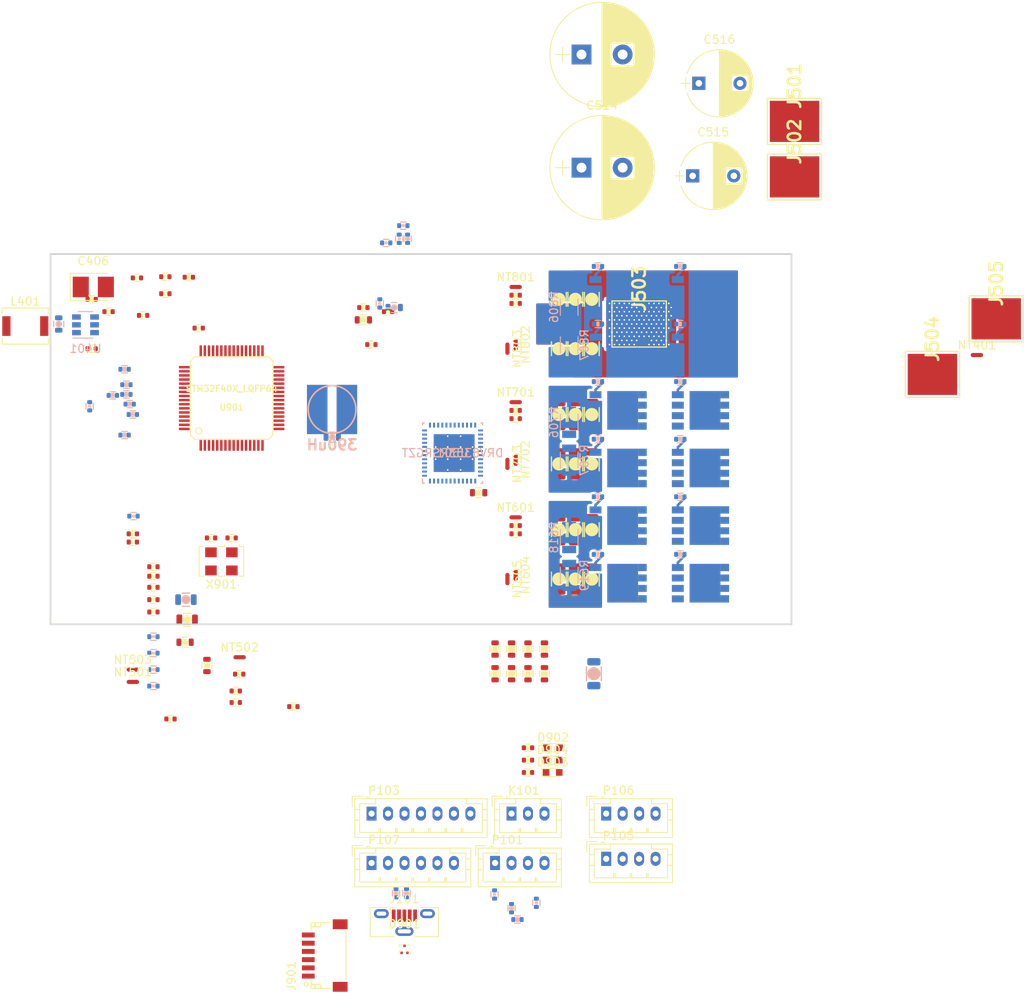
<source format=kicad_pcb>
(kicad_pcb (version 20171130) (host pcbnew "(5.1.2)-1")
  (layers (0 F.Cu signal) (1 In1.Cu power) (2 In2.Cu signal) (31 B.Cu power) (34 B.Paste user) (35 F.Paste user) (36 B.SilkS user) (37 F.SilkS user) (38 B.Mask user) (39 F.Mask user) (44 Edge.Cuts user))
  (net 0 "")
  (net 1 GND)
  (net 2 +3V3)
  (net 3 NRST)
  (net 4 +12V)
  (net 5 "Net-(J101-Pad2)")
  (net 6 "Net-(J101-Pad3)")
  (net 7 SWDIO)
  (net 8 SWCLK)
  (net 9 "Net-(K101-Pad1)")
  (net 10 "Net-(C507-Pad2)")
  (net 11 GNDD)
  (net 12 +BATT)
  (net 13 /drv_power_stage/buck_rcl)
  (net 14 "Net-(Q701-Pad2)")
  (net 15 "Net-(Q702-Pad2)")
  (net 16 "Net-(Q703-Pad2)")
  (net 17 "Net-(Q704-Pad2)")
  (net 18 "Net-(Q801-Pad2)")
  (net 19 "Net-(Q802-Pad2)")
  (net 20 "Net-(Q803-Pad2)")
  (net 21 "Net-(Q804-Pad2)")
  (net 22 GNDA)
  (net 23 /drv_power_stage/ENABLE)
  (net 24 /drv_power_stage/A_VSENSE)
  (net 25 /drv_power_stage/B_VSENSE)
  (net 26 /drv_power_stage/C_VSENSE)
  (net 27 "Net-(C201-Pad1)")
  (net 28 "Net-(C403-Pad1)")
  (net 29 "Net-(C403-Pad2)")
  (net 30 "Net-(C407-Pad2)")
  (net 31 "Net-(C505-Pad1)")
  (net 32 "Net-(C507-Pad1)")
  (net 33 "Net-(C508-Pad2)")
  (net 34 "Net-(C509-Pad1)")
  (net 35 "Net-(C510-Pad2)")
  (net 36 "Net-(C510-Pad1)")
  (net 37 "Net-(C511-Pad2)")
  (net 38 "Net-(C512-Pad2)")
  (net 39 /drv_power_stage/GDRV_VSENSE)
  (net 40 "Net-(C906-Pad1)")
  (net 41 "Net-(C908-Pad1)")
  (net 42 "Net-(D902-Pad1)")
  (net 43 "Net-(D903-Pad1)")
  (net 44 "Net-(D904-Pad1)")
  (net 45 "Net-(K101-Pad2)")
  (net 46 /drv_power_stage/3.3_IREF)
  (net 47 /drv_power_stage/PHASE_B)
  (net 48 /drv_power_stage/PHASE_C)
  (net 49 /drv_power_stage/PHASE_A)
  (net 50 "Net-(Q601-Pad2)")
  (net 51 "Net-(Q602-Pad2)")
  (net 52 "Net-(Q603-Pad2)")
  (net 53 "Net-(Q604-Pad2)")
  (net 54 "Net-(R401-Pad1)")
  (net 55 /drv_power_stage/DRV_SDO)
  (net 56 "Net-(R503-Pad2)")
  (net 57 /drv_power_stage/A_ISENSE)
  (net 58 /drv_power_stage/B_ISENSE)
  (net 59 /drv_power_stage/C_ISENSE)
  (net 60 /Microcontroller/SERVO)
  (net 61 /Microcontroller/ADC_VBUS)
  (net 62 /Microcontroller/ADC_TEMP)
  (net 63 /Microcontroller/TEMP_MOTOR)
  (net 64 /drv_power_stage/power_phase_B/PR_SENSE)
  (net 65 /drv_power_stage/power_phase_B/NR_SENSE)
  (net 66 /drv_power_stage/power_phase_C/PR_SENSE)
  (net 67 /drv_power_stage/power_phase_C/NR_SENSE)
  (net 68 /drv_power_stage/power_phase_A/PR_SENSE)
  (net 69 /drv_power_stage/power_phase_A/NR_SENSE)
  (net 70 /Microcontroller/VCAP2)
  (net 71 /Microcontroller/VCAP1)
  (net 72 /Microcontroller/USB_DM)
  (net 73 /Microcontroller/USB_DP)
  (net 74 /drv_power_stage/power_phase_B/H_SWITCH)
  (net 75 /drv_power_stage/power_phase_C/H_SWITCH)
  (net 76 /drv_power_stage/power_phase_A/H_SWITCH)
  (net 77 /CAN_tranciever/CANH)
  (net 78 /CAN_tranciever/CANL)
  (net 79 /Microcontroller/BRAKE_SW)
  (net 80 /Microcontroller/ADC_BRAKE)
  (net 81 /Microcontroller/ADC_THROTTLE)
  (net 82 /Microcontroller/USART1_RX)
  (net 83 /Microcontroller/USART1_TX)
  (net 84 /Microcontroller/SCL_2)
  (net 85 /Microcontroller/SDA_2)
  (net 86 /Microcontroller/HALL_3)
  (net 87 /Microcontroller/HALL_2)
  (net 88 /Microcontroller/HALL_1)
  (net 89 /drv_power_stage/power_phase_B/PH_GND_LOW)
  (net 90 /drv_power_stage/power_phase_C/PH_GND_LOW)
  (net 91 /drv_power_stage/power_phase_A/PH_GND_LOW)
  (net 92 /Microcontroller/FAULT)
  (net 93 /drv_power_stage/power_phase_B/H_GATE)
  (net 94 /drv_power_stage/power_phase_B/L_GATE)
  (net 95 /drv_power_stage/power_phase_C/H_GATE)
  (net 96 /drv_power_stage/power_phase_C/L_GATE)
  (net 97 /drv_power_stage/power_phase_A/H_GATE)
  (net 98 /drv_power_stage/power_phase_A/L_GATE)
  (net 99 /Microcontroller/LED_GREEN)
  (net 100 /Microcontroller/LED_RED)
  (net 101 /Microcontroller/L3)
  (net 102 /Microcontroller/H3)
  (net 103 /Microcontroller/L2)
  (net 104 /Microcontroller/H2)
  (net 105 /Microcontroller/L1)
  (net 106 /Microcontroller/H1)
  (net 107 "Net-(NT605-Pad1)")
  (net 108 "Net-(NT703-Pad1)")
  (net 109 "Net-(NT803-Pad1)")
  (net 110 "Net-(C511-Pad1)")
  (module pkl_dipol:R_0402 (layer B.Cu) (at 176.5 108.5 180)
    (fp_text reference R801)
    (fp_text value 5Ω)
    (pad 2 smd roundrect (at 0.5 0 180) (size 0.5 0.6) (layers B.Cu B.Paste B.Mask) (net 97 /drv_power_stage/power_phase_A/H_GATE))
    (pad 1 smd roundrect (at -0.5 0 180) (size 0.5 0.6) (layers B.Cu B.Paste B.Mask) (net 18 "Net-(Q801-Pad2)"))
  )
  (module pkl_dipol:R_0402 (layer F.Cu) (at 107.05 107)
    (fp_text reference R403)
    (fp_text value "10k 0.1%")
    (pad 2 smd roundrect (at 0.5 0) (size 0.5 0.6) (layers F.Cu F.Paste F.Mask) (net 1 GND))
    (pad 1 smd roundrect (at -0.5 0) (size 0.5 0.6) (layers F.Cu F.Paste F.Mask) (net 30 "Net-(C407-Pad2)"))
  )
  (module pkl_dipol:R_0402 (layer F.Cu) (at 116.8 102.815)
    (fp_text reference R402)
    (fp_text value "R33.2k 0.1%")
    (pad 2 smd roundrect (at 0.5 0) (size 0.5 0.6) (layers F.Cu F.Paste F.Mask) (net 30 "Net-(C407-Pad2)"))
    (pad 1 smd roundrect (at -0.5 0) (size 0.5 0.6) (layers F.Cu F.Paste F.Mask) (net 2 +3V3))
  )
  (module pkl_dipol:R_0402 (layer F.Cu) (at 105 105.5 180)
    (fp_text reference R401)
    (fp_text value 1k)
    (pad 2 smd roundrect (at 0.5 0 180) (size 0.5 0.6) (layers F.Cu F.Paste F.Mask) (net 4 +12V))
    (pad 1 smd roundrect (at -0.5 0 180) (size 0.5 0.6) (layers F.Cu F.Paste F.Mask) (net 54 "Net-(R401-Pad1)"))
  )
  (module Inductors_SMD:L_Neosid_Ms42 (layer F.Cu) (at 96.94 108.75)
    (fp_text reference L401 (at 0 -3) (layer F.SilkS))
    (fp_text value 3.3uH)
    (pad 1 smd rect (at -2.3 0) (size 1 2.4) (layers F.Cu F.Paste F.Mask) (net 2 +3V3))
    (pad 2 smd rect (at 2.3 0) (size 1 2.4) (layers F.Cu F.Paste F.Mask) (net 28 "Net-(C403-Pad1)"))
  )
  (module pkl_dipol:C_0402 (layer F.Cu) (at 110 135)
    (fp_text reference C408)
    (fp_text value 100nf)
    (pad 2 smd roundrect (at 0.5 0) (size 0.5 0.6) (layers F.Cu F.Paste F.Mask) (net 22 GNDA))
    (pad 1 smd roundrect (at -0.5 0) (size 0.5 0.6) (layers F.Cu F.Paste F.Mask) (net 62 /Microcontroller/ADC_TEMP))
  )
  (module pkl_dipol:C_0402 (layer F.Cu) (at 111.25 107.455)
    (fp_text reference C407)
    (fp_text value NP)
    (pad 2 smd roundrect (at 0.5 0) (size 0.5 0.6) (layers F.Cu F.Paste F.Mask) (net 30 "Net-(C407-Pad2)"))
    (pad 1 smd roundrect (at -0.5 0) (size 0.5 0.6) (layers F.Cu F.Paste F.Mask) (net 2 +3V3))
  )
  (module pkl_dipol:C_0402 (layer F.Cu) (at 110.5 102.9)
    (fp_text reference C405)
    (fp_text value 2.2uf)
    (pad 2 smd roundrect (at 0.5 0) (size 0.5 0.6) (layers F.Cu F.Paste F.Mask) (net 1 GND))
    (pad 1 smd roundrect (at -0.5 0) (size 0.5 0.6) (layers F.Cu F.Paste F.Mask) (net 2 +3V3))
  )
  (module pkl_dipol:C_0402 (layer F.Cu) (at 113.95 104.815)
    (fp_text reference C404)
    (fp_text value 100nf)
    (pad 2 smd roundrect (at 0.5 0) (size 0.5 0.6) (layers F.Cu F.Paste F.Mask) (net 1 GND))
    (pad 1 smd roundrect (at -0.5 0) (size 0.5 0.6) (layers F.Cu F.Paste F.Mask) (net 2 +3V3))
  )
  (module pkl_dipol:C_0402 (layer F.Cu) (at 105 111.5)
    (fp_text reference C403)
    (fp_text value 100nf)
    (pad 2 smd roundrect (at 0.5 0) (size 0.5 0.6) (layers F.Cu F.Paste F.Mask) (net 29 "Net-(C403-Pad2)"))
    (pad 1 smd roundrect (at -0.5 0) (size 0.5 0.6) (layers F.Cu F.Paste F.Mask) (net 28 "Net-(C403-Pad1)"))
  )
  (module pkl_dipol:C_0402 (layer F.Cu) (at 113.95 102.755)
    (fp_text reference C402)
    (fp_text value 100nf)
    (pad 2 smd roundrect (at 0.5 0) (size 0.5 0.6) (layers F.Cu F.Paste F.Mask) (net 1 GND))
    (pad 1 smd roundrect (at -0.5 0) (size 0.5 0.6) (layers F.Cu F.Paste F.Mask) (net 4 +12V))
  )
  (module pkl_dipol:C_0603 (layer B.Cu) (at 101 108.5 270)
    (fp_text reference C401)
    (fp_text value 2.2uf)
    (pad 2 smd roundrect (at 0.75 0 270) (size 0.6 0.9) (layers B.Cu B.Paste B.Mask) (net 1 GND))
    (pad 1 smd roundrect (at -0.75 0 270) (size 0.6 0.9) (layers B.Cu B.Paste B.Mask) (net 4 +12V))
  )
  (module Connectors_JST:JST_PH_B4B-PH-K_04x2.00mm_Straight (layer F.Cu) (at 167.5 168)
    (fp_text reference P106 (at 1.5 -2.8) (layer F.SilkS))
    (fp_text value I2C)
    (pad 1 thru_hole rect (at 0 0) (size 1.2 1.7) (drill 0.75) (layers *.Cu *.Mask) (net 84 /Microcontroller/SCL_2))
    (pad 2 thru_hole oval (at 2 0) (size 1.2 1.7) (drill 0.75) (layers *.Cu *.Mask) (net 85 /Microcontroller/SDA_2))
    (pad 3 thru_hole oval (at 4 0) (size 1.2 1.7) (drill 0.75) (layers *.Cu *.Mask) (net 2 +3V3))
    (pad 4 thru_hole oval (at 6 0) (size 1.2 1.7) (drill 0.75) (layers *.Cu *.Mask) (net 1 GND))
  )
  (module Resistors_SMD:R_1206 (layer B.Cu) (at 163 111.05 90)
    (fp_text reference R807 (at 0 1.85 90) (layer B.SilkS) (effects (justify mirror)))
    (fp_text value 1mΩ)
    (pad 1 smd rect (at -1.45 0 90) (size 0.9 1.7) (layers B.Cu B.Paste B.Mask) (net 91 /drv_power_stage/power_phase_A/PH_GND_LOW))
    (pad 2 smd rect (at 1.45 0 90) (size 0.9 1.7) (layers B.Cu B.Paste B.Mask) (net 11 GNDD))
  )
  (module Resistors_SMD:R_1206 (layer B.Cu) (at 163 106.45 270)
    (fp_text reference R806 (at 0 1.85 90) (layer B.SilkS) (effects (justify mirror)))
    (fp_text value 1mΩ)
    (pad 1 smd rect (at -1.45 0 270) (size 0.9 1.7) (layers B.Cu B.Paste B.Mask) (net 91 /drv_power_stage/power_phase_A/PH_GND_LOW))
    (pad 2 smd rect (at 1.45 0 270) (size 0.9 1.7) (layers B.Cu B.Paste B.Mask) (net 11 GNDD))
  )
  (module Resistors_SMD:R_1206 (layer B.Cu) (at 163 125.05 90)
    (fp_text reference R707 (at 0 1.85 90) (layer B.SilkS) (effects (justify mirror)))
    (fp_text value 1mΩ)
    (pad 1 smd rect (at -1.45 0 90) (size 0.9 1.7) (layers B.Cu B.Paste B.Mask) (net 90 /drv_power_stage/power_phase_C/PH_GND_LOW))
    (pad 2 smd rect (at 1.45 0 90) (size 0.9 1.7) (layers B.Cu B.Paste B.Mask) (net 11 GNDD))
  )
  (module Resistors_SMD:R_1206 (layer B.Cu) (at 163 120.45 270)
    (fp_text reference R706 (at 0 1.85 270) (layer B.SilkS) (effects (justify mirror)))
    (fp_text value 1mΩ)
    (pad 1 smd rect (at -1.45 0 270) (size 0.9 1.7) (layers B.Cu B.Paste B.Mask) (net 90 /drv_power_stage/power_phase_C/PH_GND_LOW))
    (pad 2 smd rect (at 1.45 0 270) (size 0.9 1.7) (layers B.Cu B.Paste B.Mask) (net 11 GNDD))
  )
  (module Resistors_SMD:R_1206 (layer B.Cu) (at 163 139.05 90)
    (fp_text reference R619 (at 0 1.85 90) (layer B.SilkS) (effects (justify mirror)))
    (fp_text value 1mΩ)
    (pad 1 smd rect (at -1.45 0 90) (size 0.9 1.7) (layers B.Cu B.Paste B.Mask) (net 89 /drv_power_stage/power_phase_B/PH_GND_LOW))
    (pad 2 smd rect (at 1.45 0 90) (size 0.9 1.7) (layers B.Cu B.Paste B.Mask) (net 11 GNDD))
  )
  (module Resistors_SMD:R_1206 (layer B.Cu) (at 163 134.45 270)
    (fp_text reference R618 (at 0 1.85 270) (layer B.SilkS) (effects (justify mirror)))
    (fp_text value 1mΩ)
    (pad 1 smd rect (at -1.45 0 270) (size 0.9 1.7) (layers B.Cu B.Paste B.Mask) (net 89 /drv_power_stage/power_phase_B/PH_GND_LOW))
    (pad 2 smd rect (at 1.45 0 270) (size 0.9 1.7) (layers B.Cu B.Paste B.Mask) (net 11 GNDD))
  )
  (module NetTie:NetTie-2_SMD_Pad0.5mm (layer F.Cu) (at 155.5 111.5 270)
    (fp_text reference NT803 (at 0 -1.2 90) (layer F.SilkS))
    (fp_text value Net-Tie_2)
    (fp_poly (pts (xy -0.5 -0.25) (xy 0.5 -0.25) (xy 0.5 0.25) (xy -0.5 0.25)) (layer F.Cu) (width 0))
    (pad 2 smd circle (at 0.5 0 270) (size 0.5 0.5) (layers F.Cu) (net 11 GNDD))
    (pad 1 smd circle (at -0.5 0 270) (size 0.5 0.5) (layers F.Cu) (net 109 "Net-(NT803-Pad1)"))
  )
  (module NetTie:NetTie-2_SMD_Pad0.5mm (layer F.Cu) (at 156.5 111 270)
    (fp_text reference NT802 (at 0 -1.2 90) (layer F.SilkS))
    (fp_text value Net-Tie_2)
    (fp_poly (pts (xy -0.5 -0.25) (xy 0.5 -0.25) (xy 0.5 0.25) (xy -0.5 0.25)) (layer F.Cu) (width 0))
    (pad 2 smd circle (at 0.5 0 270) (size 0.5 0.5) (layers F.Cu) (net 91 /drv_power_stage/power_phase_A/PH_GND_LOW))
    (pad 1 smd circle (at -0.5 0 270) (size 0.5 0.5) (layers F.Cu) (net 68 /drv_power_stage/power_phase_A/PR_SENSE))
  )
  (module NetTie:NetTie-2_SMD_Pad0.5mm (layer F.Cu) (at 155.5 125.5 270)
    (fp_text reference NT703 (at 0 -1.2 270) (layer F.SilkS))
    (fp_text value Net-Tie_2)
    (fp_poly (pts (xy -0.5 -0.25) (xy 0.5 -0.25) (xy 0.5 0.25) (xy -0.5 0.25)) (layer F.Cu) (width 0))
    (pad 2 smd circle (at 0.5 0 270) (size 0.5 0.5) (layers F.Cu) (net 11 GNDD))
    (pad 1 smd circle (at -0.5 0 270) (size 0.5 0.5) (layers F.Cu) (net 108 "Net-(NT703-Pad1)"))
  )
  (module NetTie:NetTie-2_SMD_Pad0.5mm (layer F.Cu) (at 156.5 125 270)
    (fp_text reference NT702 (at 0 -1.2 270) (layer F.SilkS))
    (fp_text value Net-Tie_2)
    (fp_poly (pts (xy -0.5 -0.25) (xy 0.5 -0.25) (xy 0.5 0.25) (xy -0.5 0.25)) (layer F.Cu) (width 0))
    (pad 2 smd circle (at 0.5 0 270) (size 0.5 0.5) (layers F.Cu) (net 90 /drv_power_stage/power_phase_C/PH_GND_LOW))
    (pad 1 smd circle (at -0.5 0 270) (size 0.5 0.5) (layers F.Cu) (net 66 /drv_power_stage/power_phase_C/PR_SENSE))
  )
  (module NetTie:NetTie-2_SMD_Pad0.5mm (layer F.Cu) (at 155.5 139.5 270)
    (fp_text reference NT605 (at 0 -1.2 270) (layer F.SilkS))
    (fp_text value Net-Tie_2)
    (fp_poly (pts (xy -0.5 -0.25) (xy 0.5 -0.25) (xy 0.5 0.25) (xy -0.5 0.25)) (layer F.Cu) (width 0))
    (pad 2 smd circle (at 0.5 0 270) (size 0.5 0.5) (layers F.Cu) (net 11 GNDD))
    (pad 1 smd circle (at -0.5 0 270) (size 0.5 0.5) (layers F.Cu) (net 107 "Net-(NT605-Pad1)"))
  )
  (module NetTie:NetTie-2_SMD_Pad0.5mm (layer F.Cu) (at 156.5 139 270)
    (fp_text reference NT604 (at 0 -1.2 270) (layer F.SilkS))
    (fp_text value Net-Tie_2)
    (fp_poly (pts (xy -0.5 -0.25) (xy 0.5 -0.25) (xy 0.5 0.25) (xy -0.5 0.25)) (layer F.Cu) (width 0))
    (pad 2 smd circle (at 0.5 0 270) (size 0.5 0.5) (layers F.Cu) (net 89 /drv_power_stage/power_phase_B/PH_GND_LOW))
    (pad 1 smd circle (at -0.5 0 270) (size 0.5 0.5) (layers F.Cu) (net 64 /drv_power_stage/power_phase_B/PR_SENSE))
  )
  (module pkl_dipol:R_0402 (layer B.Cu) (at 166.5 101.5 180)
    (fp_text reference R805)
    (fp_text value 5Ω)
    (pad 1 smd roundrect (at -0.5 0 180) (size 0.5 0.6) (layers B.Cu B.Paste B.Mask) (net 21 "Net-(Q804-Pad2)"))
    (pad 2 smd roundrect (at 0.5 0 180) (size 0.5 0.6) (layers B.Cu B.Paste B.Mask) (net 98 /drv_power_stage/power_phase_A/L_GATE))
  )
  (module Capacitors_THT:CP_Radial_D8.0mm_P5.00mm (layer F.Cu) (at 178.75 79.25)
    (fp_text reference C516 (at 2.5 -5.31) (layer F.SilkS))
    (fp_text value 20uF)
    (pad 1 thru_hole rect (at 0 0) (size 1.6 1.6) (drill 0.8) (layers *.Cu *.Mask) (net 12 +BATT))
    (pad 2 thru_hole circle (at 5 0) (size 1.6 1.6) (drill 0.8) (layers *.Cu *.Mask) (net 1 GND))
  )
  (module Capacitors_THT:CP_Radial_D12.5mm_P5.00mm (layer F.Cu) (at 164.5 75.75)
    (fp_text reference C519 (at 2.5 -7.56) (layer F.SilkS))
    (fp_text value 560uF)
    (pad 1 thru_hole rect (at 0 0) (size 2.4 2.4) (drill 1.2) (layers *.Cu *.Mask) (net 12 +BATT))
    (pad 2 thru_hole circle (at 5 0) (size 2.4 2.4) (drill 1.2) (layers *.Cu *.Mask) (net 1 GND))
  )
  (module Capacitors_THT:CP_Radial_D8.0mm_P5.00mm (layer F.Cu) (at 178 90.5)
    (fp_text reference C515 (at 2.5 -5.31) (layer F.SilkS))
    (fp_text value 20uF)
    (pad 1 thru_hole rect (at 0 0) (size 1.6 1.6) (drill 0.8) (layers *.Cu *.Mask) (net 12 +BATT))
    (pad 2 thru_hole circle (at 5 0) (size 1.6 1.6) (drill 0.8) (layers *.Cu *.Mask) (net 1 GND))
  )
  (module Capacitors_THT:CP_Radial_D12.5mm_P5.00mm (layer F.Cu) (at 164.5 89.5)
    (fp_text reference C514 (at 2.5 -7.56) (layer F.SilkS))
    (fp_text value 560uF)
    (pad 1 thru_hole rect (at 0 0) (size 2.4 2.4) (drill 1.2) (layers *.Cu *.Mask) (net 12 +BATT))
    (pad 2 thru_hole circle (at 5 0) (size 2.4 2.4) (drill 1.2) (layers *.Cu *.Mask) (net 1 GND))
  )
  (module Oscillators:Oscillator_SMD_EuroQuartz_XO53-4pin_5.0x3.2mm (layer F.Cu) (at 120.76 137.35 180)
    (fp_text reference X901 (at 0 -2.8) (layer F.SilkS))
    (fp_text value "8MHz 10ppm")
    (pad 1 smd rect (at -1.27 1.1 180) (size 1.4 1.2) (layers F.Cu F.Paste F.Mask) (net 40 "Net-(C906-Pad1)"))
    (pad 2 smd rect (at 1.27 1.1 180) (size 1.4 1.2) (layers F.Cu F.Paste F.Mask) (net 41 "Net-(C908-Pad1)"))
    (pad 3 smd rect (at 1.27 -1.1 180) (size 1.4 1.2) (layers F.Cu F.Paste F.Mask) (net 1 GND))
    (pad 4 smd rect (at -1.27 -1.1 180) (size 1.4 1.2) (layers F.Cu F.Paste F.Mask))
  )
  (module crf1:lqfp64_pad_mod (layer F.Cu) (at 122 117.5)
    (fp_text reference U901 (at 0 1.143) (layer F.SilkS) (effects (font (size 0.7493 0.7493) (thickness 0.14986))))
    (fp_text value STM32F40X_LQFP64 (at 0 -1.143) (layer F.SilkS) (effects (font (size 0.7493 0.7493) (thickness 0.14986))))
    (pad 64 smd rect (at -5.75056 3.74904) (size 1.30048 0.3) (layers F.Cu F.Paste F.Mask) (net 2 +3V3))
    (pad 63 smd rect (at -5.75056 3.2512) (size 1.30048 0.3) (layers F.Cu F.Paste F.Mask) (net 1 GND))
    (pad 62 smd rect (at -5.75056 2.75082) (size 1.30048 0.3) (layers F.Cu F.Paste F.Mask))
    (pad 61 smd rect (at -5.75056 2.25044) (size 1.30048 0.3) (layers F.Cu F.Paste F.Mask))
    (pad 60 smd rect (at -5.75056 1.75006) (size 1.30048 0.3) (layers F.Cu F.Paste F.Mask) (net 1 GND))
    (pad 48 smd rect (at -3.74904 -5.75056) (size 0.3 1.30048) (layers F.Cu F.Paste F.Mask) (net 2 +3V3))
    (pad 47 smd rect (at -3.2512 -5.75056) (size 0.3 1.30048) (layers F.Cu F.Paste F.Mask) (net 70 /Microcontroller/VCAP2))
    (pad 46 smd rect (at -2.75082 -5.75056) (size 0.3 1.30048) (layers F.Cu F.Paste F.Mask) (net 7 SWDIO))
    (pad 45 smd rect (at -2.25044 -5.75056) (size 0.3 1.30048) (layers F.Cu F.Paste F.Mask) (net 73 /Microcontroller/USB_DP))
    (pad 44 smd rect (at -1.75006 -5.75056) (size 0.3 1.30048) (layers F.Cu F.Paste F.Mask) (net 72 /Microcontroller/USB_DM))
    (pad 32 smd rect (at 5.75056 -3.74904) (size 1.30048 0.3) (layers F.Cu F.Paste F.Mask) (net 2 +3V3))
    (pad 31 smd rect (at 5.75056 -3.2512) (size 1.30048 0.3) (layers F.Cu F.Paste F.Mask) (net 71 /Microcontroller/VCAP1))
    (pad 30 smd rect (at 5.75056 -2.75082) (size 1.30048 0.3) (layers F.Cu F.Paste F.Mask) (net 85 /Microcontroller/SDA_2))
    (pad 29 smd rect (at 5.75056 -2.25044) (size 1.30048 0.3) (layers F.Cu F.Paste F.Mask) (net 84 /Microcontroller/SCL_2))
    (pad 28 smd rect (at 5.75056 -1.75006) (size 1.30048 0.3) (layers F.Cu F.Paste F.Mask))
    (pad 16 smd rect (at 3.74904 5.75056) (size 0.3 1.30048) (layers F.Cu F.Paste F.Mask) (net 26 /drv_power_stage/C_VSENSE))
    (pad 15 smd rect (at 3.2512 5.75056) (size 0.3 1.30048) (layers F.Cu F.Paste F.Mask) (net 25 /drv_power_stage/B_VSENSE))
    (pad 14 smd rect (at 2.75082 5.75056) (size 0.3 1.30048) (layers F.Cu F.Paste F.Mask) (net 24 /drv_power_stage/A_VSENSE))
    (pad 13 smd rect (at 2.25044 5.75056) (size 0.3 1.30048) (layers F.Cu F.Paste F.Mask) (net 2 +3V3))
    (pad 12 smd rect (at 1.75006 5.75056) (size 0.3 1.30048) (layers F.Cu F.Paste F.Mask) (net 22 GNDA))
    (pad 59 smd rect (at -5.75056 1.24968) (size 1.30048 0.3) (layers F.Cu F.Paste F.Mask) (net 82 /Microcontroller/USART1_RX))
    (pad 58 smd rect (at -5.75056 0.7493) (size 1.30048 0.3) (layers F.Cu F.Paste F.Mask) (net 83 /Microcontroller/USART1_TX))
    (pad 57 smd rect (at -5.75056 0.24892) (size 1.30048 0.3) (layers F.Cu F.Paste F.Mask) (net 79 /Microcontroller/BRAKE_SW))
    (pad 43 smd rect (at -1.24968 -5.75056) (size 0.3 1.30048) (layers F.Cu F.Paste F.Mask) (net 102 /Microcontroller/H3))
    (pad 42 smd rect (at -0.7493 -5.75056) (size 0.3 1.30048) (layers F.Cu F.Paste F.Mask) (net 104 /Microcontroller/H2))
    (pad 41 smd rect (at -0.24892 -5.75056) (size 0.3 1.30048) (layers F.Cu F.Paste F.Mask) (net 106 /Microcontroller/H1))
    (pad 27 smd rect (at 5.75056 -1.24968) (size 1.30048 0.3) (layers F.Cu F.Paste F.Mask) (net 80 /Microcontroller/ADC_BRAKE))
    (pad 26 smd rect (at 5.75056 -0.7493) (size 1.30048 0.3) (layers F.Cu F.Paste F.Mask) (net 81 /Microcontroller/ADC_THROTTLE))
    (pad 25 smd rect (at 5.75056 -0.24892) (size 1.30048 0.3) (layers F.Cu F.Paste F.Mask) (net 63 /Microcontroller/TEMP_MOTOR))
    (pad 11 smd rect (at 1.24968 5.75056) (size 0.3 1.30048) (layers F.Cu F.Paste F.Mask) (net 61 /Microcontroller/ADC_VBUS))
    (pad 10 smd rect (at 0.7493 5.75056) (size 0.3 1.30048) (layers F.Cu F.Paste F.Mask) (net 59 /drv_power_stage/C_ISENSE))
    (pad 9 smd rect (at 0.24892 5.75056) (size 0.3 1.30048) (layers F.Cu F.Paste F.Mask) (net 58 /drv_power_stage/B_ISENSE))
    (pad 56 smd rect (at -5.75056 -0.24892) (size 1.30048 0.3) (layers F.Cu F.Paste F.Mask))
    (pad 55 smd rect (at -5.75056 -0.7493) (size 1.30048 0.3) (layers F.Cu F.Paste F.Mask))
    (pad 54 smd rect (at -5.75056 -1.24968) (size 1.30048 0.3) (layers F.Cu F.Paste F.Mask))
    (pad 53 smd rect (at -5.75056 -1.75006) (size 1.30048 0.3) (layers F.Cu F.Paste F.Mask))
    (pad 52 smd rect (at -5.75056 -2.25044) (size 1.30048 0.3) (layers F.Cu F.Paste F.Mask))
    (pad 51 smd rect (at -5.75056 -2.75082) (size 1.30048 0.3) (layers F.Cu F.Paste F.Mask))
    (pad 50 smd rect (at -5.75056 -3.2512) (size 1.30048 0.3) (layers F.Cu F.Paste F.Mask))
    (pad 49 smd rect (at -5.75056 -3.74904) (size 1.30048 0.3) (layers F.Cu F.Paste F.Mask) (net 8 SWCLK))
    (pad 40 smd rect (at 0.24892 -5.75056) (size 0.3 1.30048) (layers F.Cu F.Paste F.Mask) (net 23 /drv_power_stage/ENABLE))
    (pad 39 smd rect (at 0.7493 -5.75056) (size 0.3 1.30048) (layers F.Cu F.Paste F.Mask) (net 86 /Microcontroller/HALL_3))
    (pad 38 smd rect (at 1.24968 -5.75056) (size 0.3 1.30048) (layers F.Cu F.Paste F.Mask) (net 87 /Microcontroller/HALL_2))
    (pad 37 smd rect (at 1.75006 -5.75056) (size 0.3 1.30048) (layers F.Cu F.Paste F.Mask) (net 88 /Microcontroller/HALL_1))
    (pad 36 smd rect (at 2.25044 -5.75056) (size 0.3 1.30048) (layers F.Cu F.Paste F.Mask) (net 101 /Microcontroller/L3))
    (pad 35 smd rect (at 2.75082 -5.75056) (size 0.3 1.30048) (layers F.Cu F.Paste F.Mask) (net 103 /Microcontroller/L2))
    (pad 34 smd rect (at 3.2512 -5.75056) (size 0.3 1.30048) (layers F.Cu F.Paste F.Mask) (net 105 /Microcontroller/L1))
    (pad 33 smd rect (at 3.74904 -5.75056) (size 0.3 1.30048) (layers F.Cu F.Paste F.Mask) (net 92 /Microcontroller/FAULT))
    (pad 24 smd rect (at 5.75056 0.24892) (size 1.30048 0.3) (layers F.Cu F.Paste F.Mask) (net 62 /Microcontroller/ADC_TEMP))
    (pad 23 smd rect (at 5.75056 0.7493) (size 1.30048 0.3) (layers F.Cu F.Paste F.Mask))
    (pad 22 smd rect (at 5.75056 1.24968) (size 1.30048 0.3) (layers F.Cu F.Paste F.Mask))
    (pad 21 smd rect (at 5.75056 1.75006) (size 1.30048 0.3) (layers F.Cu F.Paste F.Mask))
    (pad 20 smd rect (at 5.75056 2.25044) (size 1.30048 0.3) (layers F.Cu F.Paste F.Mask))
    (pad 19 smd rect (at 5.75056 2.75082) (size 1.30048 0.3) (layers F.Cu F.Paste F.Mask) (net 2 +3V3))
    (pad 18 smd rect (at 5.75056 3.2512) (size 1.30048 0.3) (layers F.Cu F.Paste F.Mask) (net 1 GND))
    (pad 17 smd rect (at 5.75056 3.74904) (size 1.30048 0.3) (layers F.Cu F.Paste F.Mask) (net 60 /Microcontroller/SERVO))
    (pad 3 smd rect (at -2.75082 5.75056) (size 0.3 1.30048) (layers F.Cu F.Paste F.Mask) (net 99 /Microcontroller/LED_GREEN))
    (pad 2 smd rect (at -3.2512 5.75056) (size 0.3 1.30048) (layers F.Cu F.Paste F.Mask))
    (pad 1 smd rect (at -3.74904 5.75056) (size 0.3 1.30048) (layers F.Cu F.Paste F.Mask) (net 2 +3V3))
    (pad 8 smd rect (at -0.24892 5.75056) (size 0.3 1.30048) (layers F.Cu F.Paste F.Mask) (net 57 /drv_power_stage/A_ISENSE))
    (pad 7 smd rect (at -0.7493 5.75056) (size 0.3 1.30048) (layers F.Cu F.Paste F.Mask) (net 3 NRST))
    (pad 6 smd rect (at -1.24968 5.75056) (size 0.3 1.30048) (layers F.Cu F.Paste F.Mask) (net 41 "Net-(C908-Pad1)"))
    (pad 5 smd rect (at -1.75006 5.75056) (size 0.3 1.30048) (layers F.Cu F.Paste F.Mask) (net 40 "Net-(C906-Pad1)"))
    (pad 4 smd rect (at -2.25044 5.75056) (size 0.3 1.30048) (layers F.Cu F.Paste F.Mask) (net 100 /Microcontroller/LED_RED))
  )
  (module Locals:DRV8353RHRGZR (layer B.Cu) (at 148.840474 124.187303)
    (fp_text reference U501 (at 0 0) (layer B.SilkS) (effects (justify mirror)))
    (fp_text value DRV8353RSRGZT (at 0 0) (layer B.SilkS) (effects (justify mirror)))
    (fp_text user * (at 0 0) (layer B.SilkS) (effects (justify mirror)))
    (pad 49 thru_hole circle (at 0.973 2.050001) (size 0.499999 0.499999) (drill 0.2032) (layers *.Cu *.Mask) (net 11 GNDD))
    (pad 49 thru_hole circle (at -0.596999 2.050001) (size 0.499999 0.499999) (drill 0.2032) (layers *.Cu *.Mask) (net 11 GNDD))
    (pad 49 thru_hole circle (at 0.973 0.740001) (size 0.499999 0.499999) (drill 0.2032) (layers *.Cu *.Mask) (net 11 GNDD))
    (pad 49 thru_hole circle (at 0.973 -0.740001) (size 0.499999 0.499999) (drill 0.2032) (layers *.Cu *.Mask) (net 11 GNDD))
    (pad 49 thru_hole circle (at 0.973 -2.050001) (size 0.499999 0.499999) (drill 0.2032) (layers *.Cu *.Mask) (net 11 GNDD))
    (pad 49 thru_hole circle (at 2.426 0.740001) (size 0.499999 0.499999) (drill 0.2032) (layers *.Cu *.Mask) (net 11 GNDD))
    (pad 49 thru_hole circle (at 2.426 -0.740001) (size 0.499999 0.499999) (drill 0.2032) (layers *.Cu *.Mask) (net 11 GNDD))
    (pad 49 thru_hole circle (at -0.596999 0.740001) (size 0.499999 0.499999) (drill 0.2032) (layers *.Cu *.Mask) (net 11 GNDD))
    (pad 49 thru_hole circle (at -0.596999 -0.740001) (size 0.499999 0.499999) (drill 0.2032) (layers *.Cu *.Mask) (net 11 GNDD))
    (pad 49 thru_hole circle (at -0.596999 -2.050001) (size 0.499999 0.499999) (drill 0.2032) (layers *.Cu *.Mask) (net 11 GNDD))
    (pad 49 thru_hole circle (at -2.050001 -0.740001) (size 0.499999 0.499999) (drill 0.2032) (layers *.Cu *.Mask) (net 11 GNDD))
    (pad 49 thru_hole circle (at -2.050001 0.740001) (size 0.499999 0.499999) (drill 0.2032) (layers *.Cu *.Mask) (net 11 GNDD))
    (pad 49 smd rect (at 0.188001 0) (size 4.974999 4.600001) (layers B.Cu B.Mask) (net 11 GNDD))
    (pad 48 smd rect (at -2.75 3.400001) (size 0.24 0.599999) (layers B.Cu B.Paste B.Mask) (net 39 /drv_power_stage/GDRV_VSENSE))
    (pad 47 smd rect (at -2.250001 3.400001) (size 0.24 0.599999) (layers B.Cu B.Paste B.Mask) (net 56 "Net-(R503-Pad2)"))
    (pad 46 smd rect (at -1.749999 3.400001) (size 0.24 0.599999) (layers B.Cu B.Paste B.Mask) (net 13 /drv_power_stage/buck_rcl))
    (pad 45 smd rect (at -1.25 3.400001) (size 0.24 0.599999) (layers B.Cu B.Paste B.Mask) (net 36 "Net-(C510-Pad1)"))
    (pad 44 smd rect (at -0.749998 3.400001) (size 0.24 0.599999) (layers B.Cu B.Paste B.Mask) (net 31 "Net-(C505-Pad1)"))
    (pad 43 smd rect (at -0.25 3.400001) (size 0.24 0.599999) (layers B.Cu B.Paste B.Mask) (net 12 +BATT))
    (pad 42 smd rect (at 0.25 3.400001) (size 0.24 0.599999) (layers B.Cu B.Paste B.Mask) (net 35 "Net-(C510-Pad2)"))
    (pad 41 smd rect (at 0.750001 3.400001) (size 0.24 0.599999) (layers B.Cu B.Paste B.Mask) (net 1 GND))
    (pad 40 smd rect (at 1.25 3.400001) (size 0.24 0.599999) (layers B.Cu B.Paste B.Mask) (net 34 "Net-(C509-Pad1)"))
    (pad 39 smd rect (at 1.750002 3.400001) (size 0.24 0.599999) (layers B.Cu B.Paste B.Mask) (net 101 /Microcontroller/L3))
    (pad 38 smd rect (at 2.250001 3.400001) (size 0.24 0.599999) (layers B.Cu B.Paste B.Mask) (net 102 /Microcontroller/H3))
    (pad 37 smd rect (at 2.75 3.400001) (size 0.24 0.599999) (layers B.Cu B.Paste B.Mask) (net 103 /Microcontroller/L2))
    (pad 36 smd rect (at 3.400001 2.75 270) (size 0.24 0.599999) (layers B.Cu B.Paste B.Mask) (net 104 /Microcontroller/H2))
    (pad 35 smd rect (at 3.400001 2.250001 270) (size 0.24 0.599999) (layers B.Cu B.Paste B.Mask) (net 105 /Microcontroller/L1))
    (pad 34 smd rect (at 3.400001 1.749999 270) (size 0.24 0.599999) (layers B.Cu B.Paste B.Mask) (net 106 /Microcontroller/H1))
    (pad 33 smd rect (at 3.400001 1.25 270) (size 0.24 0.599999) (layers B.Cu B.Paste B.Mask) (net 23 /drv_power_stage/ENABLE))
    (pad 32 smd rect (at 3.400001 0.749998 270) (size 0.24 0.599999) (layers B.Cu B.Paste B.Mask))
    (pad 31 smd rect (at 3.400001 0.25 270) (size 0.24 0.599999) (layers B.Cu B.Paste B.Mask))
    (pad 30 smd rect (at 3.400001 -0.25 270) (size 0.24 0.599999) (layers B.Cu B.Paste B.Mask))
    (pad 29 smd rect (at 3.400001 -0.750001 270) (size 0.24 0.599999) (layers B.Cu B.Paste B.Mask) (net 55 /drv_power_stage/DRV_SDO))
    (pad 28 smd rect (at 3.400001 -1.25 270) (size 0.24 0.599999) (layers B.Cu B.Paste B.Mask) (net 92 /Microcontroller/FAULT))
    (pad 27 smd rect (at 3.400001 -1.750002 270) (size 0.24 0.599999) (layers B.Cu B.Paste B.Mask) (net 22 GNDA))
    (pad 26 smd rect (at 3.400001 -2.250001 270) (size 0.24 0.599999) (layers B.Cu B.Paste B.Mask) (net 46 /drv_power_stage/3.3_IREF))
    (pad 25 smd rect (at 3.400001 -2.75 270) (size 0.24 0.599999) (layers B.Cu B.Paste B.Mask) (net 57 /drv_power_stage/A_ISENSE))
    (pad 24 smd rect (at 2.75 -3.400001) (size 0.24 0.599999) (layers B.Cu B.Paste B.Mask) (net 58 /drv_power_stage/B_ISENSE))
    (pad 23 smd rect (at 2.250001 -3.400001) (size 0.24 0.599999) (layers B.Cu B.Paste B.Mask) (net 59 /drv_power_stage/C_ISENSE))
    (pad 22 smd rect (at 1.750002 -3.400001) (size 0.24 0.599999) (layers B.Cu B.Paste B.Mask) (net 67 /drv_power_stage/power_phase_C/NR_SENSE))
    (pad 21 smd rect (at 1.25 -3.400001) (size 0.24 0.599999) (layers B.Cu B.Paste B.Mask) (net 66 /drv_power_stage/power_phase_C/PR_SENSE))
    (pad 20 smd rect (at 0.750001 -3.400001) (size 0.24 0.599999) (layers B.Cu B.Paste B.Mask) (net 96 /drv_power_stage/power_phase_C/L_GATE))
    (pad 19 smd rect (at 0.25 -3.400001) (size 0.24 0.599999) (layers B.Cu B.Paste B.Mask) (net 75 /drv_power_stage/power_phase_C/H_SWITCH))
    (pad 18 smd rect (at -0.25 -3.400001) (size 0.24 0.599999) (layers B.Cu B.Paste B.Mask) (net 95 /drv_power_stage/power_phase_C/H_GATE))
    (pad 17 smd rect (at -0.749998 -3.400001) (size 0.24 0.599999) (layers B.Cu B.Paste B.Mask) (net 93 /drv_power_stage/power_phase_B/H_GATE))
    (pad 16 smd rect (at -1.25 -3.400001) (size 0.24 0.599999) (layers B.Cu B.Paste B.Mask) (net 74 /drv_power_stage/power_phase_B/H_SWITCH))
    (pad 15 smd rect (at -1.749999 -3.400001) (size 0.24 0.599999) (layers B.Cu B.Paste B.Mask) (net 94 /drv_power_stage/power_phase_B/L_GATE))
    (pad 14 smd rect (at -2.250001 -3.400001) (size 0.24 0.599999) (layers B.Cu B.Paste B.Mask) (net 64 /drv_power_stage/power_phase_B/PR_SENSE))
    (pad 13 smd rect (at -2.75 -3.400001) (size 0.24 0.599999) (layers B.Cu B.Paste B.Mask) (net 65 /drv_power_stage/power_phase_B/NR_SENSE))
    (pad 12 smd rect (at -3.400001 -2.75 270) (size 0.24 0.599999) (layers B.Cu B.Paste B.Mask) (net 69 /drv_power_stage/power_phase_A/NR_SENSE))
    (pad 11 smd rect (at -3.400001 -2.250001 270) (size 0.24 0.599999) (layers B.Cu B.Paste B.Mask) (net 68 /drv_power_stage/power_phase_A/PR_SENSE))
    (pad 10 smd rect (at -3.400001 -1.750002 270) (size 0.24 0.599999) (layers B.Cu B.Paste B.Mask) (net 98 /drv_power_stage/power_phase_A/L_GATE))
    (pad 9 smd rect (at -3.400001 -1.25 270) (size 0.24 0.599999) (layers B.Cu B.Paste B.Mask) (net 76 /drv_power_stage/power_phase_A/H_SWITCH))
    (pad 8 smd rect (at -3.400001 -0.750001 270) (size 0.24 0.599999) (layers B.Cu B.Paste B.Mask) (net 97 /drv_power_stage/power_phase_A/H_GATE))
    (pad 7 smd rect (at -3.400001 -0.25 270) (size 0.24 0.599999) (layers B.Cu B.Paste B.Mask) (net 37 "Net-(C511-Pad2)"))
    (pad 6 smd rect (at -3.400001 0.25 270) (size 0.24 0.599999) (layers B.Cu B.Paste B.Mask) (net 110 "Net-(C511-Pad1)"))
    (pad 5 smd rect (at -3.400001 0.749998 270) (size 0.24 0.599999) (layers B.Cu B.Paste B.Mask) (net 4 +12V))
    (pad 4 smd rect (at -3.400001 1.25 270) (size 0.24 0.599999) (layers B.Cu B.Paste B.Mask) (net 32 "Net-(C507-Pad1)"))
    (pad 3 smd rect (at -3.400001 1.749999 270) (size 0.24 0.599999) (layers B.Cu B.Paste B.Mask) (net 10 "Net-(C507-Pad2)"))
    (pad 2 smd rect (at -3.400001 2.250001 270) (size 0.24 0.599999) (layers B.Cu B.Paste B.Mask) (net 33 "Net-(C508-Pad2)"))
    (pad 1 smd rect (at -3.400001 2.75 270) (size 0.24 0.599999) (layers B.Cu B.Paste B.Mask) (net 11 GNDD))
  )
  (module TO_SOT_Packages_SMD:SOT-23-6 (layer B.Cu) (at 104.25 108.6)
    (fp_text reference U401 (at 0 2.9) (layer B.SilkS) (effects (justify mirror)))
    (fp_text value TPS561201)
    (pad 1 smd rect (at -1.1 0.95) (size 1.06 0.65) (layers B.Cu B.Paste B.Mask) (net 1 GND))
    (pad 2 smd rect (at -1.1 0) (size 1.06 0.65) (layers B.Cu B.Paste B.Mask) (net 28 "Net-(C403-Pad1)"))
    (pad 3 smd rect (at -1.1 -0.95) (size 1.06 0.65) (layers B.Cu B.Paste B.Mask) (net 4 +12V))
    (pad 4 smd rect (at 1.1 -0.95) (size 1.06 0.65) (layers B.Cu B.Paste B.Mask) (net 30 "Net-(C407-Pad2)"))
    (pad 6 smd rect (at 1.1 0.95) (size 1.06 0.65) (layers B.Cu B.Paste B.Mask) (net 29 "Net-(C403-Pad2)"))
    (pad 5 smd rect (at 1.1 0) (size 1.06 0.65) (layers B.Cu B.Paste B.Mask) (net 54 "Net-(R401-Pad1)"))
  )
  (module pkl_dipol:R_0402 (layer B.Cu) (at 166.5 136.5 180)
    (fp_text reference R602)
    (fp_text value 5Ω)
    (pad 2 smd roundrect (at 0.5 0 180) (size 0.5 0.6) (layers B.Cu B.Paste B.Mask) (net 94 /drv_power_stage/power_phase_B/L_GATE))
    (pad 1 smd roundrect (at -0.5 0 180) (size 0.5 0.6) (layers B.Cu B.Paste B.Mask) (net 51 "Net-(Q602-Pad2)"))
  )
  (module pkl_dipol:R_0402 (layer B.Cu) (at 176.5 136.5 180)
    (fp_text reference R601)
    (fp_text value 5Ω)
    (pad 2 smd roundrect (at 0.5 0 180) (size 0.5 0.6) (layers B.Cu B.Paste B.Mask) (net 93 /drv_power_stage/power_phase_B/H_GATE))
    (pad 1 smd roundrect (at -0.5 0 180) (size 0.5 0.6) (layers B.Cu B.Paste B.Mask) (net 50 "Net-(Q601-Pad2)"))
  )
  (module pkl_dipol:R_0402 (layer F.Cu) (at 114.57 156.5)
    (fp_text reference R517)
    (fp_text value "NTC 10kΩ")
    (pad 2 smd roundrect (at 0.5 0) (size 0.5 0.6) (layers F.Cu F.Paste F.Mask) (net 11 GNDD))
    (pad 1 smd roundrect (at -0.5 0) (size 0.5 0.6) (layers F.Cu F.Paste F.Mask) (net 62 /Microcontroller/ADC_TEMP))
  )
  (module pkl_dipol:R_0402 (layer F.Cu) (at 110 134 180)
    (fp_text reference R516)
    (fp_text value 10kΩ)
    (pad 2 smd roundrect (at 0.5 0 180) (size 0.5 0.6) (layers F.Cu F.Paste F.Mask) (net 62 /Microcontroller/ADC_TEMP))
    (pad 1 smd roundrect (at -0.5 0 180) (size 0.5 0.6) (layers F.Cu F.Paste F.Mask) (net 2 +3V3))
  )
  (module pkl_dipol:R_0603 (layer F.Cu) (at 154 151 270)
    (fp_text reference R515)
    (fp_text value 2.2kΩ)
    (pad 2 smd roundrect (at 0.75 0 270) (size 0.6 0.9) (layers F.Cu F.Paste F.Mask) (net 11 GNDD))
    (pad 1 smd roundrect (at -0.75 0 270) (size 0.6 0.9) (layers F.Cu F.Paste F.Mask) (net 61 /Microcontroller/ADC_VBUS))
  )
  (module pkl_dipol:R_0603 (layer F.Cu) (at 154 148 270)
    (fp_text reference R514)
    (fp_text value 47kΩ)
    (pad 2 smd roundrect (at 0.75 0 270) (size 0.6 0.9) (layers F.Cu F.Paste F.Mask) (net 61 /Microcontroller/ADC_VBUS))
    (pad 1 smd roundrect (at -0.75 0 270) (size 0.6 0.9) (layers F.Cu F.Paste F.Mask) (net 12 +BATT))
  )
  (module pkl_dipol:R_0603 (layer F.Cu) (at 160 151 270)
    (fp_text reference R513)
    (fp_text value 2.2kΩ)
    (pad 2 smd roundrect (at 0.75 0 270) (size 0.6 0.9) (layers F.Cu F.Paste F.Mask) (net 11 GNDD))
    (pad 1 smd roundrect (at -0.75 0 270) (size 0.6 0.9) (layers F.Cu F.Paste F.Mask) (net 26 /drv_power_stage/C_VSENSE))
  )
  (module pkl_dipol:R_0603 (layer F.Cu) (at 160 148 270)
    (fp_text reference R512)
    (fp_text value 47kΩ)
    (pad 2 smd roundrect (at 0.75 0 270) (size 0.6 0.9) (layers F.Cu F.Paste F.Mask) (net 26 /drv_power_stage/C_VSENSE))
    (pad 1 smd roundrect (at -0.75 0 270) (size 0.6 0.9) (layers F.Cu F.Paste F.Mask) (net 48 /drv_power_stage/PHASE_C))
  )
  (module pkl_dipol:R_0603 (layer F.Cu) (at 158 151 270)
    (fp_text reference R511)
    (fp_text value 2.2kΩ)
    (pad 2 smd roundrect (at 0.75 0 270) (size 0.6 0.9) (layers F.Cu F.Paste F.Mask) (net 11 GNDD))
    (pad 1 smd roundrect (at -0.75 0 270) (size 0.6 0.9) (layers F.Cu F.Paste F.Mask) (net 25 /drv_power_stage/B_VSENSE))
  )
  (module pkl_dipol:R_0603 (layer F.Cu) (at 158 148 270)
    (fp_text reference R510)
    (fp_text value 47kΩ)
    (pad 2 smd roundrect (at 0.75 0 270) (size 0.6 0.9) (layers F.Cu F.Paste F.Mask) (net 25 /drv_power_stage/B_VSENSE))
    (pad 1 smd roundrect (at -0.75 0 270) (size 0.6 0.9) (layers F.Cu F.Paste F.Mask) (net 47 /drv_power_stage/PHASE_B))
  )
  (module pkl_dipol:R_0603 (layer F.Cu) (at 156 151 270)
    (fp_text reference R509)
    (fp_text value 2.2kΩ)
    (pad 2 smd roundrect (at 0.75 0 270) (size 0.6 0.9) (layers F.Cu F.Paste F.Mask) (net 11 GNDD))
    (pad 1 smd roundrect (at -0.75 0 270) (size 0.6 0.9) (layers F.Cu F.Paste F.Mask) (net 24 /drv_power_stage/A_VSENSE))
  )
  (module pkl_dipol:R_0603 (layer F.Cu) (at 156 148 270)
    (fp_text reference R508)
    (fp_text value 47kΩ)
    (pad 2 smd roundrect (at 0.75 0 270) (size 0.6 0.9) (layers F.Cu F.Paste F.Mask) (net 24 /drv_power_stage/A_VSENSE))
    (pad 1 smd roundrect (at -0.75 0 270) (size 0.6 0.9) (layers F.Cu F.Paste F.Mask) (net 49 /drv_power_stage/PHASE_A))
  )
  (module pkl_dipol:R_0603 (layer F.Cu) (at 138 108)
    (fp_text reference R507)
    (fp_text value 910mΩ)
    (pad 2 smd roundrect (at 0.75 0) (size 0.6 0.9) (layers F.Cu F.Paste F.Mask) (net 4 +12V))
    (pad 1 smd roundrect (at -0.75 0) (size 0.6 0.9) (layers F.Cu F.Paste F.Mask) (net 38 "Net-(C512-Pad2)"))
  )
  (module pkl_dipol:R_0402 (layer F.Cu) (at 122.5 153.1)
    (fp_text reference R506)
    (fp_text value 1.0kΩ)
    (pad 2 smd roundrect (at 0.5 0) (size 0.5 0.6) (layers F.Cu F.Paste F.Mask) (net 11 GNDD))
    (pad 1 smd roundrect (at -0.5 0) (size 0.5 0.6) (layers F.Cu F.Paste F.Mask) (net 39 /drv_power_stage/GDRV_VSENSE))
  )
  (module pkl_dipol:R_0402 (layer F.Cu) (at 138 106.5)
    (fp_text reference R505)
    (fp_text value 5.1kΩ)
    (pad 2 smd roundrect (at 0.5 0) (size 0.5 0.6) (layers F.Cu F.Paste F.Mask) (net 39 /drv_power_stage/GDRV_VSENSE))
    (pad 1 smd roundrect (at -0.5 0) (size 0.5 0.6) (layers F.Cu F.Paste F.Mask) (net 38 "Net-(C512-Pad2)"))
  )
  (module pkl_dipol:R_0402 (layer F.Cu) (at 122.92 151.05)
    (fp_text reference R504)
    (fp_text value 200kΩ)
    (pad 2 smd roundrect (at 0.5 0) (size 0.5 0.6) (layers F.Cu F.Paste F.Mask) (net 13 /drv_power_stage/buck_rcl))
    (pad 1 smd roundrect (at -0.5 0) (size 0.5 0.6) (layers F.Cu F.Paste F.Mask) (net 11 GNDD))
  )
  (module pkl_dipol:R_0402 (layer B.Cu) (at 143.372474 98.139303 90)
    (fp_text reference R503)
    (fp_text value 560kΩ)
    (pad 2 smd roundrect (at 0.5 0 90) (size 0.5 0.6) (layers B.Cu B.Paste B.Mask) (net 56 "Net-(R503-Pad2)"))
    (pad 1 smd roundrect (at -0.5 0 90) (size 0.5 0.6) (layers B.Cu B.Paste B.Mask) (net 12 +BATT))
  )
  (module pkl_dipol:C_0402 (layer B.Cu) (at 142.356474 98.139303 270)
    (fp_text reference R502)
    (fp_text value 10kΩ)
    (pad 2 smd roundrect (at 0.5 0 270) (size 0.5 0.6) (layers B.Cu B.Paste B.Mask) (net 92 /Microcontroller/FAULT))
    (pad 1 smd roundrect (at -0.5 0 270) (size 0.5 0.6) (layers B.Cu B.Paste B.Mask) (net 2 +3V3))
  )
  (module pkl_dipol:C_0402 (layer B.Cu) (at 140.774474 98.647303 180)
    (fp_text reference R501)
    (fp_text value 1kOhm)
    (pad 2 smd roundrect (at 0.5 0 180) (size 0.5 0.6) (layers B.Cu B.Paste B.Mask) (net 55 /drv_power_stage/DRV_SDO))
    (pad 1 smd roundrect (at -0.5 0 180) (size 0.5 0.6) (layers B.Cu B.Paste B.Mask) (net 2 +3V3))
  )
  (module pkl_dipol:R_0402 (layer B.Cu) (at 156 179.5 270)
    (fp_text reference R202)
    (fp_text value 120R)
    (pad 2 smd roundrect (at 0.5 0 270) (size 0.5 0.6) (layers B.Cu B.Paste B.Mask) (net 27 "Net-(C201-Pad1)"))
    (pad 1 smd roundrect (at -0.5 0 270) (size 0.5 0.6) (layers B.Cu B.Paste B.Mask) (net 78 /CAN_tranciever/CANL))
  )
  (module pkl_dipol:R_0402 (layer B.Cu) (at 156.718 180.876)
    (fp_text reference R201)
    (fp_text value 120R)
    (pad 2 smd roundrect (at 0.5 0) (size 0.5 0.6) (layers B.Cu B.Paste B.Mask) (net 27 "Net-(C201-Pad1)"))
    (pad 1 smd roundrect (at -0.5 0) (size 0.5 0.6) (layers B.Cu B.Paste B.Mask) (net 77 /CAN_tranciever/CANH))
  )
  (module pkl_dipol:R_0402 (layer F.Cu) (at 129.5 155 180)
    (fp_text reference R110)
    (fp_text value 10kΩ)
    (pad 2 smd roundrect (at 0.5 0 180) (size 0.5 0.6) (layers F.Cu F.Paste F.Mask) (net 2 +3V3))
    (pad 1 smd roundrect (at -0.5 0 180) (size 0.5 0.6) (layers F.Cu F.Paste F.Mask) (net 63 /Microcontroller/TEMP_MOTOR))
  )
  (module pkl_dipol:R_0402 (layer B.Cu) (at 109 122)
    (fp_text reference R109)
    (fp_text value 2k2Ω)
    (pad 2 smd roundrect (at 0.5 0) (size 0.5 0.6) (layers B.Cu B.Paste B.Mask) (net 2 +3V3))
    (pad 1 smd roundrect (at -0.5 0) (size 0.5 0.6) (layers B.Cu B.Paste B.Mask) (net 86 /Microcontroller/HALL_3))
  )
  (module pkl_dipol:R_0402 (layer B.Cu) (at 110 119.5)
    (fp_text reference R108)
    (fp_text value 2k2Ω)
    (pad 2 smd roundrect (at 0.5 0) (size 0.5 0.6) (layers B.Cu B.Paste B.Mask) (net 2 +3V3))
    (pad 1 smd roundrect (at -0.5 0) (size 0.5 0.6) (layers B.Cu B.Paste B.Mask) (net 87 /Microcontroller/HALL_2))
  )
  (module pkl_dipol:R_0402 (layer B.Cu) (at 109.216936 115.880038)
    (fp_text reference R107)
    (fp_text value 2k2Ω)
    (pad 2 smd roundrect (at 0.5 0) (size 0.5 0.6) (layers B.Cu B.Paste B.Mask) (net 2 +3V3))
    (pad 1 smd roundrect (at -0.5 0) (size 0.5 0.6) (layers B.Cu B.Paste B.Mask) (net 88 /Microcontroller/HALL_1))
  )
  (module pkl_dipol:R_0402 (layer B.Cu) (at 109.216936 117.060038)
    (fp_text reference R106)
    (fp_text value 22R)
    (pad 2 smd roundrect (at 0.5 0) (size 0.5 0.6) (layers B.Cu B.Paste B.Mask) (net 5 "Net-(J101-Pad2)"))
    (pad 1 smd roundrect (at -0.5 0) (size 0.5 0.6) (layers B.Cu B.Paste B.Mask) (net 72 /Microcontroller/USB_DM))
  )
  (module pkl_dipol:R_0402 (layer B.Cu) (at 141.97 177.676 270)
    (fp_text reference R105)
    (fp_text value 22R)
    (pad 2 smd roundrect (at 0.5 0 270) (size 0.5 0.6) (layers B.Cu B.Paste B.Mask) (net 6 "Net-(J101-Pad3)"))
    (pad 1 smd roundrect (at -0.5 0 270) (size 0.5 0.6) (layers B.Cu B.Paste B.Mask) (net 73 /Microcontroller/USB_DP))
  )
  (module pkl_dipol:R_0402 (layer B.Cu) (at 143.24 177.676 90)
    (fp_text reference R104)
    (fp_text value 100kΩ)
    (pad 2 smd roundrect (at 0.5 0 90) (size 0.5 0.6) (layers B.Cu B.Paste B.Mask) (net 1 GND))
    (pad 1 smd roundrect (at -0.5 0 90) (size 0.5 0.6) (layers B.Cu B.Paste B.Mask) (net 80 /Microcontroller/ADC_BRAKE))
  )
  (module pkl_dipol:R_0402 (layer B.Cu) (at 107.566936 117.180038)
    (fp_text reference R103)
    (fp_text value 100kΩ)
    (pad 2 smd roundrect (at 0.5 0) (size 0.5 0.6) (layers B.Cu B.Paste B.Mask) (net 1 GND))
    (pad 1 smd roundrect (at -0.5 0) (size 0.5 0.6) (layers B.Cu B.Paste B.Mask) (net 81 /Microcontroller/ADC_THROTTLE))
  )
  (module pkl_dipol:R_0402 (layer B.Cu) (at 109.616936 118.240038)
    (fp_text reference R102)
    (fp_text value 100Ω)
    (pad 2 smd roundrect (at 0.5 0) (size 0.5 0.6) (layers B.Cu B.Paste B.Mask) (net 9 "Net-(K101-Pad1)"))
    (pad 1 smd roundrect (at -0.5 0) (size 0.5 0.6) (layers B.Cu B.Paste B.Mask) (net 60 /Microcontroller/SERVO))
  )
  (module pkl_dipol:R_0402 (layer B.Cu) (at 109 114 180)
    (fp_text reference R101)
    (fp_text value 0Ω)
    (pad 2 smd roundrect (at 0.5 0 180) (size 0.5 0.6) (layers B.Cu B.Paste B.Mask) (net 2 +3V3))
    (pad 1 smd roundrect (at -0.5 0 180) (size 0.5 0.6) (layers B.Cu B.Paste B.Mask) (net 45 "Net-(K101-Pad2)"))
  )
  (module moxie-drive-custom:SOP8_Advance (layer B.Cu) (at 169.5 133 90)
    (fp_text reference Q604)
    (fp_text value "TPH2R608NH,L1Q ")
    (pad 1 smd rect (at 0 0 180) (size 3.75 4.7) (layers B.Cu B.Paste B.Mask) (net 47 /drv_power_stage/PHASE_B))
    (pad 3 smd rect (at -1.905 -3.3 180) (size 1.45 0.85) (layers B.Cu B.Paste B.Mask) (net 89 /drv_power_stage/power_phase_B/PH_GND_LOW))
    (pad 3 smd rect (at -0.635 -3.3 180) (size 1.45 0.85) (layers B.Cu B.Paste B.Mask) (net 89 /drv_power_stage/power_phase_B/PH_GND_LOW))
    (pad 3 smd rect (at 0.635 -3.3 180) (size 1.45 0.85) (layers B.Cu B.Paste B.Mask) (net 89 /drv_power_stage/power_phase_B/PH_GND_LOW))
    (pad 2 smd rect (at 1.905 -3.3 180) (size 1.45 0.85) (layers B.Cu B.Paste B.Mask) (net 53 "Net-(Q604-Pad2)"))
    (pad 1 smd rect (at 1.905 2.4 180) (size 1.05 0.89) (layers B.Cu B.Paste B.Mask) (net 47 /drv_power_stage/PHASE_B))
    (pad 1 smd rect (at 0.635 2.4 180) (size 1.05 0.85) (layers B.Cu B.Paste B.Mask) (net 47 /drv_power_stage/PHASE_B))
    (pad 1 smd rect (at -0.635 2.4 180) (size 1.05 0.85) (layers B.Cu B.Paste B.Mask) (net 47 /drv_power_stage/PHASE_B))
    (pad 1 smd rect (at -1.905 2.4 180) (size 1.05 0.89) (layers B.Cu B.Paste B.Mask) (net 47 /drv_power_stage/PHASE_B))
  )
  (module moxie-drive-custom:SOP8_Advance (layer B.Cu) (at 179.5 133 90)
    (fp_text reference Q603)
    (fp_text value "TPH2R608NH,L1Q ")
    (pad 1 smd rect (at 0 0 180) (size 3.75 4.7) (layers B.Cu B.Paste B.Mask) (net 12 +BATT))
    (pad 3 smd rect (at -1.905 -3.3 180) (size 1.45 0.85) (layers B.Cu B.Paste B.Mask) (net 47 /drv_power_stage/PHASE_B))
    (pad 3 smd rect (at -0.635 -3.3 180) (size 1.45 0.85) (layers B.Cu B.Paste B.Mask) (net 47 /drv_power_stage/PHASE_B))
    (pad 3 smd rect (at 0.635 -3.3 180) (size 1.45 0.85) (layers B.Cu B.Paste B.Mask) (net 47 /drv_power_stage/PHASE_B))
    (pad 2 smd rect (at 1.905 -3.3 180) (size 1.45 0.85) (layers B.Cu B.Paste B.Mask) (net 52 "Net-(Q603-Pad2)"))
    (pad 1 smd rect (at 1.905 2.4 180) (size 1.05 0.89) (layers B.Cu B.Paste B.Mask) (net 12 +BATT))
    (pad 1 smd rect (at 0.635 2.4 180) (size 1.05 0.85) (layers B.Cu B.Paste B.Mask) (net 12 +BATT))
    (pad 1 smd rect (at -0.635 2.4 180) (size 1.05 0.85) (layers B.Cu B.Paste B.Mask) (net 12 +BATT))
    (pad 1 smd rect (at -1.905 2.4 180) (size 1.05 0.89) (layers B.Cu B.Paste B.Mask) (net 12 +BATT))
  )
  (module moxie-drive-custom:SOP8_Advance (layer B.Cu) (at 169.5 140 90)
    (fp_text reference Q602)
    (fp_text value "TPH2R608NH,L1Q ")
    (pad 1 smd rect (at 0 0 180) (size 3.75 4.7) (layers B.Cu B.Paste B.Mask) (net 47 /drv_power_stage/PHASE_B))
    (pad 3 smd rect (at -1.905 -3.3 180) (size 1.45 0.85) (layers B.Cu B.Paste B.Mask) (net 89 /drv_power_stage/power_phase_B/PH_GND_LOW))
    (pad 3 smd rect (at -0.635 -3.3 180) (size 1.45 0.85) (layers B.Cu B.Paste B.Mask) (net 89 /drv_power_stage/power_phase_B/PH_GND_LOW))
    (pad 3 smd rect (at 0.635 -3.3 180) (size 1.45 0.85) (layers B.Cu B.Paste B.Mask) (net 89 /drv_power_stage/power_phase_B/PH_GND_LOW))
    (pad 2 smd rect (at 1.905 -3.3 180) (size 1.45 0.85) (layers B.Cu B.Paste B.Mask) (net 51 "Net-(Q602-Pad2)"))
    (pad 1 smd rect (at 1.905 2.4 180) (size 1.05 0.89) (layers B.Cu B.Paste B.Mask) (net 47 /drv_power_stage/PHASE_B))
    (pad 1 smd rect (at 0.635 2.4 180) (size 1.05 0.85) (layers B.Cu B.Paste B.Mask) (net 47 /drv_power_stage/PHASE_B))
    (pad 1 smd rect (at -0.635 2.4 180) (size 1.05 0.85) (layers B.Cu B.Paste B.Mask) (net 47 /drv_power_stage/PHASE_B))
    (pad 1 smd rect (at -1.905 2.4 180) (size 1.05 0.89) (layers B.Cu B.Paste B.Mask) (net 47 /drv_power_stage/PHASE_B))
  )
  (module moxie-drive-custom:SOP8_Advance (layer B.Cu) (at 179.5 140 90)
    (fp_text reference Q601)
    (fp_text value "TPH2R608NH,L1Q ")
    (pad 1 smd rect (at 0 0 180) (size 3.75 4.7) (layers B.Cu B.Paste B.Mask) (net 12 +BATT))
    (pad 3 smd rect (at -1.905 -3.3 180) (size 1.45 0.85) (layers B.Cu B.Paste B.Mask) (net 47 /drv_power_stage/PHASE_B))
    (pad 3 smd rect (at -0.635 -3.3 180) (size 1.45 0.85) (layers B.Cu B.Paste B.Mask) (net 47 /drv_power_stage/PHASE_B))
    (pad 3 smd rect (at 0.635 -3.3 180) (size 1.45 0.85) (layers B.Cu B.Paste B.Mask) (net 47 /drv_power_stage/PHASE_B))
    (pad 2 smd rect (at 1.905 -3.3 180) (size 1.45 0.85) (layers B.Cu B.Paste B.Mask) (net 50 "Net-(Q601-Pad2)"))
    (pad 1 smd rect (at 1.905 2.4 180) (size 1.05 0.89) (layers B.Cu B.Paste B.Mask) (net 12 +BATT))
    (pad 1 smd rect (at 0.635 2.4 180) (size 1.05 0.85) (layers B.Cu B.Paste B.Mask) (net 12 +BATT))
    (pad 1 smd rect (at -0.635 2.4 180) (size 1.05 0.85) (layers B.Cu B.Paste B.Mask) (net 12 +BATT))
    (pad 1 smd rect (at -1.905 2.4 180) (size 1.05 0.89) (layers B.Cu B.Paste B.Mask) (net 12 +BATT))
  )
  (module Connectors_JST:JST_PH_B4B-PH-K_04x2.00mm_Straight (layer F.Cu) (at 167.5 173.5)
    (fp_text reference P105 (at 1.5 -2.8) (layer F.SilkS))
    (fp_text value Serial1/tim4)
    (pad 1 thru_hole rect (at 0 0) (size 1.2 1.7) (drill 0.75) (layers *.Cu *.Mask) (net 82 /Microcontroller/USART1_RX))
    (pad 2 thru_hole oval (at 2 0) (size 1.2 1.7) (drill 0.75) (layers *.Cu *.Mask) (net 83 /Microcontroller/USART1_TX))
    (pad 3 thru_hole oval (at 4 0) (size 1.2 1.7) (drill 0.75) (layers *.Cu *.Mask) (net 2 +3V3))
    (pad 4 thru_hole oval (at 6 0) (size 1.2 1.7) (drill 0.75) (layers *.Cu *.Mask) (net 1 GND))
  )
  (module NetTie:NetTie-2_SMD_Pad0.5mm (layer F.Cu) (at 110 150.5)
    (fp_text reference NT503 (at 0 -1.2) (layer F.SilkS))
    (fp_text value Net-Tie_2)
    (fp_poly (pts (xy -0.5 -0.25) (xy 0.5 -0.25) (xy 0.5 0.25) (xy -0.5 0.25)) (layer F.Cu) (width 0))
    (pad 2 smd circle (at 0.5 0) (size 0.5 0.5) (layers F.Cu) (net 2 +3V3))
    (pad 1 smd circle (at -0.5 0) (size 0.5 0.5) (layers F.Cu) (net 46 /drv_power_stage/3.3_IREF))
  )
  (module NetTie:NetTie-2_SMD_Pad0.5mm (layer F.Cu) (at 122.97 149)
    (fp_text reference NT502 (at 0 -1.2) (layer F.SilkS))
    (fp_text value Net-Tie_2)
    (fp_poly (pts (xy -0.5 -0.25) (xy 0.5 -0.25) (xy 0.5 0.25) (xy -0.5 0.25)) (layer F.Cu) (width 0))
    (pad 2 smd circle (at 0.5 0) (size 0.5 0.5) (layers F.Cu) (net 1 GND))
    (pad 1 smd circle (at -0.5 0) (size 0.5 0.5) (layers F.Cu) (net 11 GNDD))
  )
  (module NetTie:NetTie-2_SMD_Pad0.5mm (layer F.Cu) (at 110 152)
    (fp_text reference NT501 (at 0 -1.2) (layer F.SilkS))
    (fp_text value Net-Tie_2)
    (fp_poly (pts (xy -0.5 -0.25) (xy 0.5 -0.25) (xy 0.5 0.25) (xy -0.5 0.25)) (layer F.Cu) (width 0))
    (pad 2 smd circle (at 0.5 0) (size 0.5 0.5) (layers F.Cu) (net 1 GND))
    (pad 1 smd circle (at -0.5 0) (size 0.5 0.5) (layers F.Cu) (net 22 GNDA))
  )
  (module Connectors_JST:JST_SH_SM06B-SRSS-TB_06x1.00mm_Angled (layer F.Cu) (at 133.25 185.25 90)
    (fp_text reference J901 (at -2.5 -4 90) (layer F.SilkS))
    (fp_text value SWD)
    (pad 1 smd rect (at -2.5 -1.9375 90) (size 0.6 1.55) (layers F.Cu F.Paste F.Mask) (net 2 +3V3))
    (pad 2 smd rect (at -1.5 -1.9375 90) (size 0.6 1.55) (layers F.Cu F.Paste F.Mask) (net 8 SWCLK))
    (pad 3 smd rect (at -0.5 -1.9375 90) (size 0.6 1.55) (layers F.Cu F.Paste F.Mask) (net 1 GND))
    (pad 4 smd rect (at 0.5 -1.9375 90) (size 0.6 1.55) (layers F.Cu F.Paste F.Mask) (net 7 SWDIO))
    (pad 5 smd rect (at 1.5 -1.9375 90) (size 0.6 1.55) (layers F.Cu F.Paste F.Mask) (net 3 NRST))
    (pad 6 smd rect (at 2.5 -1.9375 90) (size 0.6 1.55) (layers F.Cu F.Paste F.Mask))
    (pad "" smd rect (at -3.8 1.9375 90) (size 1.2 1.8) (layers F.Cu F.Paste F.Mask))
    (pad "" smd rect (at 3.8 1.9375 90) (size 1.2 1.8) (layers F.Cu F.Paste F.Mask))
  )
  (module LEDs:LED_0603 (layer F.Cu) (at 161 161.5)
    (fp_text reference D904 (at 0 -1.25) (layer F.SilkS))
    (fp_text value RED)
    (pad 2 smd rect (at 0.8 0 180) (size 0.8 0.8) (layers F.Cu F.Paste F.Mask) (net 1 GND))
    (pad 1 smd rect (at -0.8 0 180) (size 0.8 0.8) (layers F.Cu F.Paste F.Mask) (net 44 "Net-(D904-Pad1)"))
  )
  (module LEDs:LED_0603 (layer F.Cu) (at 161 163)
    (fp_text reference D903 (at 0 -1.25) (layer F.SilkS))
    (fp_text value GREEN)
    (pad 2 smd rect (at 0.8 0 180) (size 0.8 0.8) (layers F.Cu F.Paste F.Mask) (net 1 GND))
    (pad 1 smd rect (at -0.8 0 180) (size 0.8 0.8) (layers F.Cu F.Paste F.Mask) (net 43 "Net-(D903-Pad1)"))
  )
  (module LEDs:LED_0603 (layer F.Cu) (at 161.04 160)
    (fp_text reference D902 (at 0 -1.25) (layer F.SilkS))
    (fp_text value BLUE)
    (pad 2 smd rect (at 0.8 0 180) (size 0.8 0.8) (layers F.Cu F.Paste F.Mask) (net 1 GND))
    (pad 1 smd rect (at -0.8 0 180) (size 0.8 0.8) (layers F.Cu F.Paste F.Mask) (net 42 "Net-(D902-Pad1)"))
  )
  (module digikey-footprints:SOT-3 (layer F.Cu) (at 143 184.5)
    (fp_text reference D901 (at -0.025 -3.075) (layer F.SilkS))
    (fp_text value TPD2EUSB30DRTR)
    (pad 2 smd rect (at 0.35 0.425) (size 0.3 0.3) (layers F.Cu F.Paste F.Mask) (net 72 /Microcontroller/USB_DM))
    (pad 3 smd rect (at 0 -0.425) (size 0.3 0.3) (layers F.Cu F.Paste F.Mask) (net 1 GND))
    (pad 1 smd rect (at -0.35 0.425) (size 0.3 0.3) (layers F.Cu F.Paste F.Mask) (net 73 /Microcontroller/USB_DP))
  )
  (module pkl_dipol:C_0402 (layer F.Cu) (at 112.5 142 180)
    (fp_text reference C912)
    (fp_text value 2.2u)
    (pad 2 smd roundrect (at 0.5 0 180) (size 0.5 0.6) (layers F.Cu F.Paste F.Mask) (net 2 +3V3))
    (pad 1 smd roundrect (at -0.5 0 180) (size 0.5 0.6) (layers F.Cu F.Paste F.Mask) (net 1 GND))
  )
  (module pkl_dipol:C_0402 (layer F.Cu) (at 112.5 143.5 180)
    (fp_text reference C911)
    (fp_text value 2.2u)
    (pad 2 smd roundrect (at 0.5 0 180) (size 0.5 0.6) (layers F.Cu F.Paste F.Mask) (net 2 +3V3))
    (pad 1 smd roundrect (at -0.5 0 180) (size 0.5 0.6) (layers F.Cu F.Paste F.Mask) (net 1 GND))
  )
  (module pkl_dipol:C_0402 (layer F.Cu) (at 112.5 140.5 180)
    (fp_text reference C910)
    (fp_text value 2.2u)
    (pad 2 smd roundrect (at 0.5 0 180) (size 0.5 0.6) (layers F.Cu F.Paste F.Mask) (net 2 +3V3))
    (pad 1 smd roundrect (at -0.5 0 180) (size 0.5 0.6) (layers F.Cu F.Paste F.Mask) (net 1 GND))
  )
  (module pkl_dipol:C_0402 (layer F.Cu) (at 112.5 138 180)
    (fp_text reference C909)
    (fp_text value 2.2u)
    (pad 2 smd roundrect (at 0.5 0 180) (size 0.5 0.6) (layers F.Cu F.Paste F.Mask) (net 2 +3V3))
    (pad 1 smd roundrect (at -0.5 0 180) (size 0.5 0.6) (layers F.Cu F.Paste F.Mask) (net 1 GND))
  )
  (module pkl_dipol:C_0402 (layer F.Cu) (at 119.5 134.5)
    (fp_text reference C908)
    (fp_text value 15p)
    (pad 2 smd roundrect (at 0.5 0) (size 0.5 0.6) (layers F.Cu F.Paste F.Mask) (net 1 GND))
    (pad 1 smd roundrect (at -0.5 0) (size 0.5 0.6) (layers F.Cu F.Paste F.Mask) (net 41 "Net-(C908-Pad1)"))
  )
  (module pkl_dipol:C_0402 (layer F.Cu) (at 112.5 139.15 180)
    (fp_text reference C907)
    (fp_text value 2.2u)
    (pad 2 smd roundrect (at 0.5 0 180) (size 0.5 0.6) (layers F.Cu F.Paste F.Mask) (net 2 +3V3))
    (pad 1 smd roundrect (at -0.5 0 180) (size 0.5 0.6) (layers F.Cu F.Paste F.Mask) (net 1 GND))
  )
  (module pkl_dipol:C_0402 (layer F.Cu) (at 122 134.5 180)
    (fp_text reference C906)
    (fp_text value 15p)
    (pad 2 smd roundrect (at 0.5 0 180) (size 0.5 0.6) (layers F.Cu F.Paste F.Mask) (net 1 GND))
    (pad 1 smd roundrect (at -0.5 0 180) (size 0.5 0.6) (layers F.Cu F.Paste F.Mask) (net 40 "Net-(C906-Pad1)"))
  )
  (module pkl_dipol:C_0402 (layer B.Cu) (at 112.5 152.5)
    (fp_text reference C905)
    (fp_text value 2.2u)
    (pad 1 smd roundrect (at -0.5 0) (size 0.5 0.6) (layers B.Cu B.Paste B.Mask) (net 22 GNDA))
    (pad 2 smd roundrect (at 0.5 0) (size 0.5 0.6) (layers B.Cu B.Paste B.Mask) (net 2 +3V3))
  )
  (module pkl_dipol:C_0402 (layer B.Cu) (at 112.5 150.5)
    (fp_text reference C904)
    (fp_text value 100n)
    (pad 1 smd roundrect (at -0.5 0) (size 0.5 0.6) (layers B.Cu B.Paste B.Mask) (net 1 GND))
    (pad 2 smd roundrect (at 0.5 0) (size 0.5 0.6) (layers B.Cu B.Paste B.Mask) (net 3 NRST))
  )
  (module pkl_dipol:C_0402 (layer B.Cu) (at 112.5 148.5)
    (fp_text reference C903)
    (fp_text value 2.2u)
    (pad 1 smd roundrect (at -0.5 0) (size 0.5 0.6) (layers B.Cu B.Paste B.Mask) (net 1 GND))
    (pad 2 smd roundrect (at 0.5 0) (size 0.5 0.6) (layers B.Cu B.Paste B.Mask) (net 71 /Microcontroller/VCAP1))
  )
  (module pkl_dipol:C_0402 (layer B.Cu) (at 112.5 146.5)
    (fp_text reference C902)
    (fp_text value 2.2u)
    (pad 1 smd roundrect (at -0.5 0) (size 0.5 0.6) (layers B.Cu B.Paste B.Mask) (net 22 GNDA))
    (pad 2 smd roundrect (at 0.5 0) (size 0.5 0.6) (layers B.Cu B.Paste B.Mask) (net 2 +3V3))
  )
  (module pkl_dipol:C_0402 (layer F.Cu) (at 118 109)
    (fp_text reference C901)
    (fp_text value 2.2u)
    (pad 2 smd roundrect (at 0.5 0) (size 0.5 0.6) (layers F.Cu F.Paste F.Mask) (net 70 /Microcontroller/VCAP2))
    (pad 1 smd roundrect (at -0.5 0) (size 0.5 0.6) (layers F.Cu F.Paste F.Mask) (net 1 GND))
  )
  (module pkl_dipol:C_1206 (layer F.Cu) (at 163.75 111.5 90)
    (fp_text reference C807)
    (fp_text value "1uF ")
    (pad 2 smd roundrect (at 1.45 0 90) (size 0.9 1.6) (layers F.Cu F.Paste F.Mask) (net 11 GNDD))
    (pad 1 smd roundrect (at -1.45 0 90) (size 0.9 1.6) (layers F.Cu F.Paste F.Mask) (net 12 +BATT))
  )
  (module pkl_dipol:C_1206 (layer F.Cu) (at 163.75 105.5 270)
    (fp_text reference C806)
    (fp_text value "1uF ")
    (pad 2 smd roundrect (at 1.45 0 270) (size 0.9 1.6) (layers F.Cu F.Paste F.Mask) (net 11 GNDD))
    (pad 1 smd roundrect (at -1.45 0 270) (size 0.9 1.6) (layers F.Cu F.Paste F.Mask) (net 12 +BATT))
  )
  (module pkl_dipol:C_0402 (layer F.Cu) (at 156.5 106 180)
    (fp_text reference C801)
    (fp_text value 2.2nF)
    (pad 2 smd roundrect (at 0.5 0 180) (size 0.5 0.6) (layers F.Cu F.Paste F.Mask) (net 68 /drv_power_stage/power_phase_A/PR_SENSE))
    (pad 1 smd roundrect (at -0.5 0 180) (size 0.5 0.6) (layers F.Cu F.Paste F.Mask) (net 69 /drv_power_stage/power_phase_A/NR_SENSE))
  )
  (module pkl_dipol:C_1206 (layer F.Cu) (at 163.75 125.5 90)
    (fp_text reference C707)
    (fp_text value "1uF ")
    (pad 2 smd roundrect (at 1.45 0 90) (size 0.9 1.6) (layers F.Cu F.Paste F.Mask) (net 11 GNDD))
    (pad 1 smd roundrect (at -1.45 0 90) (size 0.9 1.6) (layers F.Cu F.Paste F.Mask) (net 12 +BATT))
  )
  (module pkl_dipol:C_1206 (layer F.Cu) (at 163.75 119.5 270)
    (fp_text reference C706)
    (fp_text value "1uF ")
    (pad 2 smd roundrect (at 1.45 0 270) (size 0.9 1.6) (layers F.Cu F.Paste F.Mask) (net 11 GNDD))
    (pad 1 smd roundrect (at -1.45 0 270) (size 0.9 1.6) (layers F.Cu F.Paste F.Mask) (net 12 +BATT))
  )
  (module pkl_dipol:C_0402 (layer F.Cu) (at 156.5 120 180)
    (fp_text reference C701)
    (fp_text value 2.2nF)
    (pad 2 smd roundrect (at 0.5 0 180) (size 0.5 0.6) (layers F.Cu F.Paste F.Mask) (net 66 /drv_power_stage/power_phase_C/PR_SENSE))
    (pad 1 smd roundrect (at -0.5 0 180) (size 0.5 0.6) (layers F.Cu F.Paste F.Mask) (net 67 /drv_power_stage/power_phase_C/NR_SENSE))
  )
  (module pkl_dipol:C_1206 (layer F.Cu) (at 163.75 139.5 90)
    (fp_text reference C607)
    (fp_text value "1uF ")
    (pad 2 smd roundrect (at 1.45 0 90) (size 0.9 1.6) (layers F.Cu F.Paste F.Mask) (net 11 GNDD))
    (pad 1 smd roundrect (at -1.45 0 90) (size 0.9 1.6) (layers F.Cu F.Paste F.Mask) (net 12 +BATT))
  )
  (module pkl_dipol:C_1206 (layer F.Cu) (at 163.75 133.5 270)
    (fp_text reference C606)
    (fp_text value "1uF ")
    (pad 2 smd roundrect (at 1.45 0 270) (size 0.9 1.6) (layers F.Cu F.Paste F.Mask) (net 11 GNDD))
    (pad 1 smd roundrect (at -1.45 0 270) (size 0.9 1.6) (layers F.Cu F.Paste F.Mask) (net 12 +BATT))
  )
  (module pkl_dipol:C_1206 (layer F.Cu) (at 165.75 139.5 90)
    (fp_text reference C605)
    (fp_text value "1uF ")
    (pad 2 smd roundrect (at 1.45 0 90) (size 0.9 1.6) (layers F.Cu F.Paste F.Mask) (net 11 GNDD))
    (pad 1 smd roundrect (at -1.45 0 90) (size 0.9 1.6) (layers F.Cu F.Paste F.Mask) (net 12 +BATT))
  )
  (module pkl_dipol:C_1206 (layer F.Cu) (at 161.75 139.5 90)
    (fp_text reference C604)
    (fp_text value "1uF ")
    (pad 2 smd roundrect (at 1.45 0 90) (size 0.9 1.6) (layers F.Cu F.Paste F.Mask) (net 11 GNDD))
    (pad 1 smd roundrect (at -1.45 0 90) (size 0.9 1.6) (layers F.Cu F.Paste F.Mask) (net 12 +BATT))
  )
  (module pkl_dipol:C_1206 (layer F.Cu) (at 165.75 133.5 270)
    (fp_text reference C603)
    (fp_text value "1uF ")
    (pad 2 smd roundrect (at 1.45 0 270) (size 0.9 1.6) (layers F.Cu F.Paste F.Mask) (net 11 GNDD))
    (pad 1 smd roundrect (at -1.45 0 270) (size 0.9 1.6) (layers F.Cu F.Paste F.Mask) (net 12 +BATT))
  )
  (module pkl_dipol:C_1206 (layer F.Cu) (at 161.75 133.5 270)
    (fp_text reference C602)
    (fp_text value "1uF ")
    (pad 2 smd roundrect (at 1.45 0 270) (size 0.9 1.6) (layers F.Cu F.Paste F.Mask) (net 11 GNDD))
    (pad 1 smd roundrect (at -1.45 0 270) (size 0.9 1.6) (layers F.Cu F.Paste F.Mask) (net 12 +BATT))
  )
  (module pkl_dipol:C_0402 (layer F.Cu) (at 156.5 134 180)
    (fp_text reference C601)
    (fp_text value 2.2nF)
    (pad 2 smd roundrect (at 0.5 0 180) (size 0.5 0.6) (layers F.Cu F.Paste F.Mask) (net 64 /drv_power_stage/power_phase_B/PR_SENSE))
    (pad 1 smd roundrect (at -0.5 0 180) (size 0.5 0.6) (layers F.Cu F.Paste F.Mask) (net 65 /drv_power_stage/power_phase_B/NR_SENSE))
  )
  (module pkl_dipol:C_0805 (layer F.Cu) (at 116.595 144.45)
    (fp_text reference C513)
    (fp_text value 22uF)
    (pad 2 smd roundrect (at 0.95 0) (size 0.7 1.3) (layers F.Cu F.Paste F.Mask) (net 11 GNDD))
    (pad 1 smd roundrect (at -0.95 0) (size 0.7 1.3) (layers F.Cu F.Paste F.Mask) (net 4 +12V))
  )
  (module pkl_dipol:C_0402 (layer F.Cu) (at 122.5 154.5)
    (fp_text reference C512)
    (fp_text value 18nF)
    (pad 2 smd roundrect (at 0.5 0) (size 0.5 0.6) (layers F.Cu F.Paste F.Mask) (net 38 "Net-(C512-Pad2)"))
    (pad 1 smd roundrect (at -0.5 0) (size 0.5 0.6) (layers F.Cu F.Paste F.Mask) (net 39 /drv_power_stage/GDRV_VSENSE))
  )
  (module pkl_dipol:C_0603 (layer F.Cu) (at 119 150 270)
    (fp_text reference C511)
    (fp_text value 1uF)
    (pad 2 smd roundrect (at 0.75 0 270) (size 0.6 0.9) (layers F.Cu F.Paste F.Mask) (net 37 "Net-(C511-Pad2)"))
    (pad 1 smd roundrect (at -0.75 0 270) (size 0.6 0.9) (layers F.Cu F.Paste F.Mask) (net 110 "Net-(C511-Pad1)"))
  )
  (module pkl_dipol:C_0402 (layer F.Cu) (at 141 107)
    (fp_text reference C510)
    (fp_text value 0.01uF)
    (pad 2 smd roundrect (at 0.5 0) (size 0.5 0.6) (layers F.Cu F.Paste F.Mask) (net 35 "Net-(C510-Pad2)"))
    (pad 1 smd roundrect (at -0.5 0) (size 0.5 0.6) (layers F.Cu F.Paste F.Mask) (net 36 "Net-(C510-Pad1)"))
  )
  (module pkl_dipol:C_0603 (layer F.Cu) (at 152 129)
    (fp_text reference C509)
    (fp_text value 1uF)
    (pad 2 smd roundrect (at 0.75 0) (size 0.6 0.9) (layers F.Cu F.Paste F.Mask) (net 11 GNDD))
    (pad 1 smd roundrect (at -0.75 0) (size 0.6 0.9) (layers F.Cu F.Paste F.Mask) (net 34 "Net-(C509-Pad1)"))
  )
  (module pkl_dipol:C_0603 (layer F.Cu) (at 116.345 147.175)
    (fp_text reference C508)
    (fp_text value 1uF)
    (pad 2 smd roundrect (at 0.75 0) (size 0.6 0.9) (layers F.Cu F.Paste F.Mask) (net 33 "Net-(C508-Pad2)"))
    (pad 1 smd roundrect (at -0.75 0) (size 0.6 0.9) (layers F.Cu F.Paste F.Mask) (net 11 GNDD))
  )
  (module pkl_dipol:C_0402 (layer B.Cu) (at 142.854 96.548)
    (fp_text reference C507)
    (fp_text value 0.047uF)
    (pad 2 smd roundrect (at 0.5 0) (size 0.5 0.6) (layers B.Cu B.Paste B.Mask) (net 10 "Net-(C507-Pad2)"))
    (pad 1 smd roundrect (at -0.5 0) (size 0.5 0.6) (layers B.Cu B.Paste B.Mask) (net 32 "Net-(C507-Pad1)"))
  )
  (module pkl_dipol:C_0402 (layer B.Cu) (at 140 106 270)
    (fp_text reference C505)
    (fp_text value 0.47uF)
    (pad 2 smd roundrect (at 0.5 0 270) (size 0.5 0.6) (layers B.Cu B.Paste B.Mask) (net 11 GNDD))
    (pad 1 smd roundrect (at -0.5 0 270) (size 0.5 0.6) (layers B.Cu B.Paste B.Mask) (net 31 "Net-(C505-Pad1)"))
  )
  (module pkl_dipol:C_0603 (layer B.Cu) (at 141.75 106.5)
    (fp_text reference C503)
    (fp_text value 0.1uF)
    (pad 2 smd roundrect (at 0.75 0) (size 0.6 0.9) (layers B.Cu B.Paste B.Mask) (net 11 GNDD))
    (pad 1 smd roundrect (at -0.75 0) (size 0.6 0.9) (layers B.Cu B.Paste B.Mask) (net 4 +12V))
  )
  (module pkl_dipol:C_1206 (layer B.Cu) (at 166 151 270)
    (fp_text reference C502)
    (fp_text value 1.5uF)
    (pad 2 smd roundrect (at 1.45 0 270) (size 0.9 1.6) (layers B.Cu B.Paste B.Mask) (net 11 GNDD))
    (pad 1 smd roundrect (at -1.45 0 270) (size 0.9 1.6) (layers B.Cu B.Paste B.Mask) (net 12 +BATT))
  )
  (module pkl_dipol:C_0805 (layer B.Cu) (at 116.45 142)
    (fp_text reference C501)
    (fp_text value 10uF)
    (pad 2 smd roundrect (at 0.95 0) (size 0.7 1.3) (layers B.Cu B.Paste B.Mask) (net 11 GNDD))
    (pad 1 smd roundrect (at -0.95 0) (size 0.7 1.3) (layers B.Cu B.Paste B.Mask) (net 4 +12V))
  )
  (module Capacitors_Tantalum_SMD:CP_Tantalum_Case-B_EIA-3528-21_Reflow (layer F.Cu) (at 105.2 104)
    (fp_text reference C406 (at 0 -3.15) (layer F.SilkS))
    (fp_text value 100uf)
    (pad 1 smd rect (at -1.525 0) (size 1.95 2.5) (layers F.Cu F.Paste F.Mask) (net 2 +3V3))
    (pad 2 smd rect (at 1.525 0) (size 1.95 2.5) (layers F.Cu F.Paste F.Mask) (net 1 GND))
  )
  (module pkl_dipol:C_0402 (layer B.Cu) (at 159.016 178.844 90)
    (fp_text reference C202)
    (fp_text value 2.2u)
    (pad 2 smd roundrect (at 0.5 0 90) (size 0.5 0.6) (layers B.Cu B.Paste B.Mask) (net 1 GND))
    (pad 1 smd roundrect (at -0.5 0 90) (size 0.5 0.6) (layers B.Cu B.Paste B.Mask) (net 2 +3V3))
  )
  (module pkl_dipol:C_0402 (layer B.Cu) (at 153.936 177.828 270)
    (fp_text reference C201)
    (fp_text value 4.7nf)
    (pad 2 smd roundrect (at 0.5 0 270) (size 0.5 0.6) (layers B.Cu B.Paste B.Mask) (net 1 GND))
    (pad 1 smd roundrect (at -0.5 0 270) (size 0.5 0.6) (layers B.Cu B.Paste B.Mask) (net 27 "Net-(C201-Pad1)"))
  )
  (module pkl_dipol:C_0402 (layer B.Cu) (at 110.07929 131.847466)
    (fp_text reference C107)
    (fp_text value 100n)
    (pad 2 smd roundrect (at 0.5 0) (size 0.5 0.6) (layers B.Cu B.Paste B.Mask) (net 63 /Microcontroller/TEMP_MOTOR))
    (pad 1 smd roundrect (at -0.5 0) (size 0.5 0.6) (layers B.Cu B.Paste B.Mask) (net 1 GND))
  )
  (module pkl_dipol:C_0402 (layer B.Cu) (at 104.76 118.5 90)
    (fp_text reference C101)
    (fp_text value 100n)
    (pad 2 smd roundrect (at 0.5 0 90) (size 0.5 0.6) (layers B.Cu B.Paste B.Mask) (net 60 /Microcontroller/SERVO))
    (pad 1 smd roundrect (at -0.5 0 90) (size 0.5 0.6) (layers B.Cu B.Paste B.Mask) (net 1 GND))
  )
  (module moxie-drive-custom:SOP8_Advance (layer B.Cu) (at 169.5 105 90)
    (fp_text reference Q804)
    (fp_text value "TPH2R608NH,L1Q ")
    (pad 1 smd rect (at 0 0 180) (size 3.75 4.7) (layers B.Cu B.Paste B.Mask) (net 49 /drv_power_stage/PHASE_A))
    (pad 3 smd rect (at -1.905 -3.3 180) (size 1.45 0.85) (layers B.Cu B.Paste B.Mask) (net 91 /drv_power_stage/power_phase_A/PH_GND_LOW))
    (pad 3 smd rect (at -0.635 -3.3 180) (size 1.45 0.85) (layers B.Cu B.Paste B.Mask) (net 91 /drv_power_stage/power_phase_A/PH_GND_LOW))
    (pad 3 smd rect (at 0.635 -3.3 180) (size 1.45 0.85) (layers B.Cu B.Paste B.Mask) (net 91 /drv_power_stage/power_phase_A/PH_GND_LOW))
    (pad 2 smd rect (at 1.905 -3.3 180) (size 1.45 0.85) (layers B.Cu B.Paste B.Mask) (net 21 "Net-(Q804-Pad2)"))
    (pad 1 smd rect (at 1.905 2.4 180) (size 1.05 0.89) (layers B.Cu B.Paste B.Mask) (net 49 /drv_power_stage/PHASE_A))
    (pad 1 smd rect (at 0.635 2.4 180) (size 1.05 0.85) (layers B.Cu B.Paste B.Mask) (net 49 /drv_power_stage/PHASE_A))
    (pad 1 smd rect (at -0.635 2.4 180) (size 1.05 0.85) (layers B.Cu B.Paste B.Mask) (net 49 /drv_power_stage/PHASE_A))
    (pad 1 smd rect (at -1.905 2.4 180) (size 1.05 0.89) (layers B.Cu B.Paste B.Mask) (net 49 /drv_power_stage/PHASE_A))
  )
  (module moxie-drive-custom:SOP8_Advance (layer B.Cu) (at 179.5 105 90)
    (fp_text reference Q803)
    (fp_text value "TPH2R608NH,L1Q ")
    (pad 1 smd rect (at 0 0 180) (size 3.75 4.7) (layers B.Cu B.Paste B.Mask) (net 12 +BATT))
    (pad 3 smd rect (at -1.905 -3.3 180) (size 1.45 0.85) (layers B.Cu B.Paste B.Mask) (net 49 /drv_power_stage/PHASE_A))
    (pad 3 smd rect (at -0.635 -3.3 180) (size 1.45 0.85) (layers B.Cu B.Paste B.Mask) (net 49 /drv_power_stage/PHASE_A))
    (pad 3 smd rect (at 0.635 -3.3 180) (size 1.45 0.85) (layers B.Cu B.Paste B.Mask) (net 49 /drv_power_stage/PHASE_A))
    (pad 2 smd rect (at 1.905 -3.3 180) (size 1.45 0.85) (layers B.Cu B.Paste B.Mask) (net 20 "Net-(Q803-Pad2)"))
    (pad 1 smd rect (at 1.905 2.4 180) (size 1.05 0.89) (layers B.Cu B.Paste B.Mask) (net 12 +BATT))
    (pad 1 smd rect (at 0.635 2.4 180) (size 1.05 0.85) (layers B.Cu B.Paste B.Mask) (net 12 +BATT))
    (pad 1 smd rect (at -0.635 2.4 180) (size 1.05 0.85) (layers B.Cu B.Paste B.Mask) (net 12 +BATT))
    (pad 1 smd rect (at -1.905 2.4 180) (size 1.05 0.89) (layers B.Cu B.Paste B.Mask) (net 12 +BATT))
  )
  (module moxie-drive-custom:SOP8_Advance (layer B.Cu) (at 169.5 112 90)
    (fp_text reference Q802)
    (fp_text value "TPH2R608NH,L1Q ")
    (pad 1 smd rect (at 0 0 180) (size 3.75 4.7) (layers B.Cu B.Paste B.Mask) (net 49 /drv_power_stage/PHASE_A))
    (pad 3 smd rect (at -1.905 -3.3 180) (size 1.45 0.85) (layers B.Cu B.Paste B.Mask) (net 91 /drv_power_stage/power_phase_A/PH_GND_LOW))
    (pad 3 smd rect (at -0.635 -3.3 180) (size 1.45 0.85) (layers B.Cu B.Paste B.Mask) (net 91 /drv_power_stage/power_phase_A/PH_GND_LOW))
    (pad 3 smd rect (at 0.635 -3.3 180) (size 1.45 0.85) (layers B.Cu B.Paste B.Mask) (net 91 /drv_power_stage/power_phase_A/PH_GND_LOW))
    (pad 2 smd rect (at 1.905 -3.3 180) (size 1.45 0.85) (layers B.Cu B.Paste B.Mask) (net 19 "Net-(Q802-Pad2)"))
    (pad 1 smd rect (at 1.905 2.4 180) (size 1.05 0.89) (layers B.Cu B.Paste B.Mask) (net 49 /drv_power_stage/PHASE_A))
    (pad 1 smd rect (at 0.635 2.4 180) (size 1.05 0.85) (layers B.Cu B.Paste B.Mask) (net 49 /drv_power_stage/PHASE_A))
    (pad 1 smd rect (at -0.635 2.4 180) (size 1.05 0.85) (layers B.Cu B.Paste B.Mask) (net 49 /drv_power_stage/PHASE_A))
    (pad 1 smd rect (at -1.905 2.4 180) (size 1.05 0.89) (layers B.Cu B.Paste B.Mask) (net 49 /drv_power_stage/PHASE_A))
  )
  (module moxie-drive-custom:SOP8_Advance (layer B.Cu) (at 179.5 112 90)
    (fp_text reference Q801)
    (fp_text value "TPH2R608NH,L1Q ")
    (pad 1 smd rect (at 0 0 180) (size 3.75 4.7) (layers B.Cu B.Paste B.Mask) (net 12 +BATT))
    (pad 3 smd rect (at -1.905 -3.3 180) (size 1.45 0.85) (layers B.Cu B.Paste B.Mask) (net 49 /drv_power_stage/PHASE_A))
    (pad 3 smd rect (at -0.635 -3.3 180) (size 1.45 0.85) (layers B.Cu B.Paste B.Mask) (net 49 /drv_power_stage/PHASE_A))
    (pad 3 smd rect (at 0.635 -3.3 180) (size 1.45 0.85) (layers B.Cu B.Paste B.Mask) (net 49 /drv_power_stage/PHASE_A))
    (pad 2 smd rect (at 1.905 -3.3 180) (size 1.45 0.85) (layers B.Cu B.Paste B.Mask) (net 18 "Net-(Q801-Pad2)"))
    (pad 1 smd rect (at 1.905 2.4 180) (size 1.05 0.89) (layers B.Cu B.Paste B.Mask) (net 12 +BATT))
    (pad 1 smd rect (at 0.635 2.4 180) (size 1.05 0.85) (layers B.Cu B.Paste B.Mask) (net 12 +BATT))
    (pad 1 smd rect (at -0.635 2.4 180) (size 1.05 0.85) (layers B.Cu B.Paste B.Mask) (net 12 +BATT))
    (pad 1 smd rect (at -1.905 2.4 180) (size 1.05 0.89) (layers B.Cu B.Paste B.Mask) (net 12 +BATT))
  )
  (module moxie-drive-custom:SOP8_Advance (layer B.Cu) (at 169.5 119 90)
    (fp_text reference Q704)
    (fp_text value "TPH2R608NH,L1Q ")
    (pad 1 smd rect (at 0 0 180) (size 3.75 4.7) (layers B.Cu B.Paste B.Mask) (net 48 /drv_power_stage/PHASE_C))
    (pad 3 smd rect (at -1.905 -3.3 180) (size 1.45 0.85) (layers B.Cu B.Paste B.Mask) (net 90 /drv_power_stage/power_phase_C/PH_GND_LOW))
    (pad 3 smd rect (at -0.635 -3.3 180) (size 1.45 0.85) (layers B.Cu B.Paste B.Mask) (net 90 /drv_power_stage/power_phase_C/PH_GND_LOW))
    (pad 3 smd rect (at 0.635 -3.3 180) (size 1.45 0.85) (layers B.Cu B.Paste B.Mask) (net 90 /drv_power_stage/power_phase_C/PH_GND_LOW))
    (pad 2 smd rect (at 1.905 -3.3 180) (size 1.45 0.85) (layers B.Cu B.Paste B.Mask) (net 17 "Net-(Q704-Pad2)"))
    (pad 1 smd rect (at 1.905 2.4 180) (size 1.05 0.89) (layers B.Cu B.Paste B.Mask) (net 48 /drv_power_stage/PHASE_C))
    (pad 1 smd rect (at 0.635 2.4 180) (size 1.05 0.85) (layers B.Cu B.Paste B.Mask) (net 48 /drv_power_stage/PHASE_C))
    (pad 1 smd rect (at -0.635 2.4 180) (size 1.05 0.85) (layers B.Cu B.Paste B.Mask) (net 48 /drv_power_stage/PHASE_C))
    (pad 1 smd rect (at -1.905 2.4 180) (size 1.05 0.89) (layers B.Cu B.Paste B.Mask) (net 48 /drv_power_stage/PHASE_C))
  )
  (module moxie-drive-custom:SOP8_Advance (layer B.Cu) (at 179.5 119 90)
    (fp_text reference Q703)
    (fp_text value "TPH2R608NH,L1Q ")
    (pad 1 smd rect (at 0 0 180) (size 3.75 4.7) (layers B.Cu B.Paste B.Mask) (net 12 +BATT))
    (pad 3 smd rect (at -1.905 -3.3 180) (size 1.45 0.85) (layers B.Cu B.Paste B.Mask) (net 48 /drv_power_stage/PHASE_C))
    (pad 3 smd rect (at -0.635 -3.3 180) (size 1.45 0.85) (layers B.Cu B.Paste B.Mask) (net 48 /drv_power_stage/PHASE_C))
    (pad 3 smd rect (at 0.635 -3.3 180) (size 1.45 0.85) (layers B.Cu B.Paste B.Mask) (net 48 /drv_power_stage/PHASE_C))
    (pad 2 smd rect (at 1.905 -3.3 180) (size 1.45 0.85) (layers B.Cu B.Paste B.Mask) (net 16 "Net-(Q703-Pad2)"))
    (pad 1 smd rect (at 1.905 2.4 180) (size 1.05 0.89) (layers B.Cu B.Paste B.Mask) (net 12 +BATT))
    (pad 1 smd rect (at 0.635 2.4 180) (size 1.05 0.85) (layers B.Cu B.Paste B.Mask) (net 12 +BATT))
    (pad 1 smd rect (at -0.635 2.4 180) (size 1.05 0.85) (layers B.Cu B.Paste B.Mask) (net 12 +BATT))
    (pad 1 smd rect (at -1.905 2.4 180) (size 1.05 0.89) (layers B.Cu B.Paste B.Mask) (net 12 +BATT))
  )
  (module moxie-drive-custom:SOP8_Advance (layer B.Cu) (at 169.5 126 90)
    (fp_text reference Q702)
    (fp_text value "TPH2R608NH,L1Q ")
    (pad 1 smd rect (at 0 0 180) (size 3.75 4.7) (layers B.Cu B.Paste B.Mask) (net 48 /drv_power_stage/PHASE_C))
    (pad 3 smd rect (at -1.905 -3.3 180) (size 1.45 0.85) (layers B.Cu B.Paste B.Mask) (net 90 /drv_power_stage/power_phase_C/PH_GND_LOW))
    (pad 3 smd rect (at -0.635 -3.3 180) (size 1.45 0.85) (layers B.Cu B.Paste B.Mask) (net 90 /drv_power_stage/power_phase_C/PH_GND_LOW))
    (pad 3 smd rect (at 0.635 -3.3 180) (size 1.45 0.85) (layers B.Cu B.Paste B.Mask) (net 90 /drv_power_stage/power_phase_C/PH_GND_LOW))
    (pad 2 smd rect (at 1.905 -3.3 180) (size 1.45 0.85) (layers B.Cu B.Paste B.Mask) (net 15 "Net-(Q702-Pad2)"))
    (pad 1 smd rect (at 1.905 2.4 180) (size 1.05 0.89) (layers B.Cu B.Paste B.Mask) (net 48 /drv_power_stage/PHASE_C))
    (pad 1 smd rect (at 0.635 2.4 180) (size 1.05 0.85) (layers B.Cu B.Paste B.Mask) (net 48 /drv_power_stage/PHASE_C))
    (pad 1 smd rect (at -0.635 2.4 180) (size 1.05 0.85) (layers B.Cu B.Paste B.Mask) (net 48 /drv_power_stage/PHASE_C))
    (pad 1 smd rect (at -1.905 2.4 180) (size 1.05 0.89) (layers B.Cu B.Paste B.Mask) (net 48 /drv_power_stage/PHASE_C))
  )
  (module moxie-drive-custom:SOP8_Advance (layer B.Cu) (at 179.5 126 90)
    (fp_text reference Q701)
    (fp_text value "TPH2R608NH,L1Q ")
    (pad 1 smd rect (at 0 0 180) (size 3.75 4.7) (layers B.Cu B.Paste B.Mask) (net 12 +BATT))
    (pad 3 smd rect (at -1.905 -3.3 180) (size 1.45 0.85) (layers B.Cu B.Paste B.Mask) (net 48 /drv_power_stage/PHASE_C))
    (pad 3 smd rect (at -0.635 -3.3 180) (size 1.45 0.85) (layers B.Cu B.Paste B.Mask) (net 48 /drv_power_stage/PHASE_C))
    (pad 3 smd rect (at 0.635 -3.3 180) (size 1.45 0.85) (layers B.Cu B.Paste B.Mask) (net 48 /drv_power_stage/PHASE_C))
    (pad 2 smd rect (at 1.905 -3.3 180) (size 1.45 0.85) (layers B.Cu B.Paste B.Mask) (net 14 "Net-(Q701-Pad2)"))
    (pad 1 smd rect (at 1.905 2.4 180) (size 1.05 0.89) (layers B.Cu B.Paste B.Mask) (net 12 +BATT))
    (pad 1 smd rect (at 0.635 2.4 180) (size 1.05 0.85) (layers B.Cu B.Paste B.Mask) (net 12 +BATT))
    (pad 1 smd rect (at -0.635 2.4 180) (size 1.05 0.85) (layers B.Cu B.Paste B.Mask) (net 12 +BATT))
    (pad 1 smd rect (at -1.905 2.4 180) (size 1.05 0.89) (layers B.Cu B.Paste B.Mask) (net 12 +BATT))
  )
  (module Connectors_USB:USB_Micro-B_Vertical_Molex-105133-0001 (layer F.Cu) (at 142.986 181.232)
    (fp_text reference J101 (at 0 -2.85) (layer F.SilkS))
    (fp_text value USB_B_Micro)
    (pad 6 thru_hole oval (at 0 1.075) (size 2.2 1.1) (drill oval 1.6 0.5) (layers *.Cu *.Mask) (net 1 GND))
    (pad 6 thru_hole oval (at 2.8 -1.075) (size 1.8 1.1) (drill oval 1.2 0.5) (layers *.Cu *.Mask) (net 1 GND))
    (pad 6 thru_hole oval (at -2.8 -1.075) (size 1.8 1.1) (drill oval 1.2 0.5) (layers *.Cu *.Mask) (net 1 GND))
    (pad 1 smd rect (at -1.3 -0.825) (size 0.45 1.5) (layers F.Cu F.Paste F.Mask))
    (pad 5 smd rect (at 1.3 -0.825) (size 0.45 1.5) (layers F.Cu F.Paste F.Mask) (net 1 GND))
    (pad 2 smd rect (at -0.65 -0.825) (size 0.45 1.5) (layers F.Cu F.Paste F.Mask) (net 5 "Net-(J101-Pad2)"))
    (pad 4 smd rect (at 0.65 -0.825) (size 0.45 1.5) (layers F.Cu F.Paste F.Mask))
    (pad 3 smd rect (at 0 -0.825) (size 0.45 1.5) (layers F.Cu F.Paste F.Mask) (net 6 "Net-(J101-Pad3)"))
  )
  (module Connectors_JST:JST_PH_B4B-PH-K_04x2.00mm_Straight (layer F.Cu) (at 154 174)
    (fp_text reference P101 (at 1.5 -2.8 180) (layer F.SilkS))
    (fp_text value CANBUS)
    (pad 4 thru_hole oval (at 6 0) (size 1.2 1.7) (drill 0.75) (layers *.Cu *.Mask))
    (pad 3 thru_hole oval (at 4 0) (size 1.2 1.7) (drill 0.75) (layers *.Cu *.Mask) (net 77 /CAN_tranciever/CANH))
    (pad 2 thru_hole oval (at 2 0) (size 1.2 1.7) (drill 0.75) (layers *.Cu *.Mask) (net 78 /CAN_tranciever/CANL))
    (pad 1 thru_hole rect (at 0 0) (size 1.2 1.7) (drill 0.75) (layers *.Cu *.Mask) (net 1 GND))
  )
  (module Connectors_JST:JST_PH_B6B-PH-K_06x2.00mm_Straight (layer F.Cu) (at 139 174)
    (fp_text reference P107 (at 1.5 -2.8) (layer F.SilkS))
    (fp_text value HALL/Encoder)
    (pad 6 thru_hole oval (at 10 0) (size 1.2 1.7) (drill 0.75) (layers *.Cu *.Mask) (net 1 GND))
    (pad 5 thru_hole oval (at 8 0) (size 1.2 1.7) (drill 0.75) (layers *.Cu *.Mask) (net 86 /Microcontroller/HALL_3))
    (pad 4 thru_hole oval (at 6 0) (size 1.2 1.7) (drill 0.75) (layers *.Cu *.Mask) (net 87 /Microcontroller/HALL_2))
    (pad 3 thru_hole oval (at 4 0) (size 1.2 1.7) (drill 0.75) (layers *.Cu *.Mask) (net 88 /Microcontroller/HALL_1))
    (pad 2 thru_hole oval (at 2 0) (size 1.2 1.7) (drill 0.75) (layers *.Cu *.Mask) (net 63 /Microcontroller/TEMP_MOTOR))
    (pad 1 thru_hole rect (at 0 0) (size 1.2 1.7) (drill 0.75) (layers *.Cu *.Mask) (net 2 +3V3))
  )
  (module Connectors_JST:JST_PH_B7B-PH-K_07x2.00mm_Straight (layer F.Cu) (at 139 168)
    (fp_text reference P103 (at 1.5 -2.8) (layer F.SilkS))
    (fp_text value CTRL_SIGNALS)
    (pad 7 thru_hole oval (at 12 0) (size 1.2 1.7) (drill 0.75) (layers *.Cu *.Mask) (net 1 GND))
    (pad 6 thru_hole oval (at 10 0) (size 1.2 1.7) (drill 0.75) (layers *.Cu *.Mask) (net 79 /Microcontroller/BRAKE_SW))
    (pad 5 thru_hole oval (at 8 0) (size 1.2 1.7) (drill 0.75) (layers *.Cu *.Mask))
    (pad 4 thru_hole oval (at 6 0) (size 1.2 1.7) (drill 0.75) (layers *.Cu *.Mask) (net 80 /Microcontroller/ADC_BRAKE))
    (pad 3 thru_hole oval (at 4 0) (size 1.2 1.7) (drill 0.75) (layers *.Cu *.Mask) (net 81 /Microcontroller/ADC_THROTTLE))
    (pad 2 thru_hole oval (at 2 0) (size 1.2 1.7) (drill 0.75) (layers *.Cu *.Mask) (net 1 GND))
    (pad 1 thru_hole rect (at 0 0) (size 1.2 1.7) (drill 0.75) (layers *.Cu *.Mask) (net 2 +3V3))
  )
  (module Connectors_JST:JST_PH_B3B-PH-K_03x2.00mm_Straight (layer F.Cu) (at 156 168)
    (fp_text reference K101 (at 1.5 -2.8) (layer F.SilkS))
    (fp_text value SERVO)
    (pad 3 thru_hole oval (at 4 0) (size 1.2 1.7) (drill 0.75) (layers *.Cu *.Mask) (net 1 GND))
    (pad 2 thru_hole oval (at 2 0) (size 1.2 1.7) (drill 0.75) (layers *.Cu *.Mask) (net 45 "Net-(K101-Pad2)"))
    (pad 1 thru_hole rect (at 0 0) (size 1.2 1.7) (drill 0.75) (layers *.Cu *.Mask) (net 9 "Net-(K101-Pad1)"))
  )
  (module pkl_dipol:C_1206 (layer F.Cu) (at 161.75 119.5 270)
    (fp_text reference C702)
    (fp_text value "1uF ")
    (pad 1 smd roundrect (at -1.45 0 270) (size 0.9 1.6) (layers F.Cu F.Paste F.Mask) (net 12 +BATT))
    (pad 2 smd roundrect (at 1.45 0 270) (size 0.9 1.6) (layers F.Cu F.Paste F.Mask) (net 11 GNDD))
  )
  (module pkl_dipol:C_1206 (layer F.Cu) (at 165.75 119.5 270)
    (fp_text reference C703)
    (fp_text value "1uF ")
    (pad 2 smd roundrect (at 1.45 0 270) (size 0.9 1.6) (layers F.Cu F.Paste F.Mask) (net 11 GNDD))
    (pad 1 smd roundrect (at -1.45 0 270) (size 0.9 1.6) (layers F.Cu F.Paste F.Mask) (net 12 +BATT))
  )
  (module pkl_dipol:C_1206 (layer F.Cu) (at 161.75 125.5 90)
    (fp_text reference C704)
    (fp_text value "1uF ")
    (pad 1 smd roundrect (at -1.45 0 90) (size 0.9 1.6) (layers F.Cu F.Paste F.Mask) (net 12 +BATT))
    (pad 2 smd roundrect (at 1.45 0 90) (size 0.9 1.6) (layers F.Cu F.Paste F.Mask) (net 11 GNDD))
  )
  (module pkl_dipol:C_1206 (layer F.Cu) (at 165.75 125.5 90)
    (fp_text reference C705)
    (fp_text value "1uF ")
    (pad 1 smd roundrect (at -1.45 0 90) (size 0.9 1.6) (layers F.Cu F.Paste F.Mask) (net 12 +BATT))
    (pad 2 smd roundrect (at 1.45 0 90) (size 0.9 1.6) (layers F.Cu F.Paste F.Mask) (net 11 GNDD))
  )
  (module pkl_dipol:C_1206 (layer F.Cu) (at 161.75 105.5 270)
    (fp_text reference C802)
    (fp_text value "1uF ")
    (pad 2 smd roundrect (at 1.45 0 270) (size 0.9 1.6) (layers F.Cu F.Paste F.Mask) (net 11 GNDD))
    (pad 1 smd roundrect (at -1.45 0 270) (size 0.9 1.6) (layers F.Cu F.Paste F.Mask) (net 12 +BATT))
  )
  (module pkl_dipol:C_1206 (layer F.Cu) (at 165.75 105.5 270)
    (fp_text reference C803)
    (fp_text value "1uF ")
    (pad 2 smd roundrect (at 1.45 0 270) (size 0.9 1.6) (layers F.Cu F.Paste F.Mask) (net 11 GNDD))
    (pad 1 smd roundrect (at -1.45 0 270) (size 0.9 1.6) (layers F.Cu F.Paste F.Mask) (net 12 +BATT))
  )
  (module pkl_dipol:C_1206 (layer F.Cu) (at 161.75 111.5 90)
    (fp_text reference C804)
    (fp_text value "1uF ")
    (pad 1 smd roundrect (at -1.45 0 90) (size 0.9 1.6) (layers F.Cu F.Paste F.Mask) (net 12 +BATT))
    (pad 2 smd roundrect (at 1.45 0 90) (size 0.9 1.6) (layers F.Cu F.Paste F.Mask) (net 11 GNDD))
  )
  (module pkl_dipol:C_1206 (layer F.Cu) (at 165.75 111.5 90)
    (fp_text reference C805)
    (fp_text value "1uF ")
    (pad 1 smd roundrect (at -1.45 0 90) (size 0.9 1.6) (layers F.Cu F.Paste F.Mask) (net 12 +BATT))
    (pad 2 smd roundrect (at 1.45 0 90) (size 0.9 1.6) (layers F.Cu F.Paste F.Mask) (net 11 GNDD))
  )
  (module NetTie:NetTie-2_SMD_Pad0.5mm (layer F.Cu) (at 156.5 132)
    (fp_text reference NT601 (at 0 -1.2) (layer F.SilkS))
    (fp_text value Net-Tie_2)
    (fp_poly (pts (xy -0.5 -0.25) (xy 0.5 -0.25) (xy 0.5 0.25) (xy -0.5 0.25)) (layer F.Cu) (width 0))
    (pad 2 smd circle (at 0.5 0) (size 0.5 0.5) (layers F.Cu) (net 47 /drv_power_stage/PHASE_B))
    (pad 1 smd circle (at -0.5 0) (size 0.5 0.5) (layers F.Cu) (net 74 /drv_power_stage/power_phase_B/H_SWITCH))
  )
  (module NetTie:NetTie-2_SMD_Pad0.5mm (layer F.Cu) (at 156.5 118)
    (fp_text reference NT701 (at 0 -1.2) (layer F.SilkS))
    (fp_text value Net-Tie_2)
    (fp_poly (pts (xy -0.5 -0.25) (xy 0.5 -0.25) (xy 0.5 0.25) (xy -0.5 0.25)) (layer F.Cu) (width 0))
    (pad 2 smd circle (at 0.5 0) (size 0.5 0.5) (layers F.Cu) (net 48 /drv_power_stage/PHASE_C))
    (pad 1 smd circle (at -0.5 0) (size 0.5 0.5) (layers F.Cu) (net 75 /drv_power_stage/power_phase_C/H_SWITCH))
  )
  (module NetTie:NetTie-2_SMD_Pad0.5mm (layer F.Cu) (at 156.5 104)
    (fp_text reference NT801 (at 0 -1.2) (layer F.SilkS))
    (fp_text value Net-Tie_2)
    (fp_poly (pts (xy -0.5 -0.25) (xy 0.5 -0.25) (xy 0.5 0.25) (xy -0.5 0.25)) (layer F.Cu) (width 0))
    (pad 1 smd circle (at -0.5 0) (size 0.5 0.5) (layers F.Cu) (net 76 /drv_power_stage/power_phase_A/H_SWITCH))
    (pad 2 smd circle (at 0.5 0) (size 0.5 0.5) (layers F.Cu) (net 49 /drv_power_stage/PHASE_A))
  )
  (module pkl_dipol:R_0402 (layer F.Cu) (at 156.5 133)
    (fp_text reference R603)
    (fp_text value 100Ω)
    (pad 1 smd roundrect (at -0.5 0) (size 0.5 0.6) (layers F.Cu F.Paste F.Mask) (net 65 /drv_power_stage/power_phase_B/NR_SENSE))
    (pad 2 smd roundrect (at 0.5 0) (size 0.5 0.6) (layers F.Cu F.Paste F.Mask) (net 107 "Net-(NT605-Pad1)"))
  )
  (module pkl_dipol:R_0402 (layer B.Cu) (at 176.5 129.5 180)
    (fp_text reference R604)
    (fp_text value 5Ω)
    (pad 1 smd roundrect (at -0.5 0 180) (size 0.5 0.6) (layers B.Cu B.Paste B.Mask) (net 52 "Net-(Q603-Pad2)"))
    (pad 2 smd roundrect (at 0.5 0 180) (size 0.5 0.6) (layers B.Cu B.Paste B.Mask) (net 93 /drv_power_stage/power_phase_B/H_GATE))
  )
  (module pkl_dipol:R_0402 (layer B.Cu) (at 166.5 129.5 180)
    (fp_text reference R605)
    (fp_text value 5Ω)
    (pad 2 smd roundrect (at 0.5 0 180) (size 0.5 0.6) (layers B.Cu B.Paste B.Mask) (net 94 /drv_power_stage/power_phase_B/L_GATE))
    (pad 1 smd roundrect (at -0.5 0 180) (size 0.5 0.6) (layers B.Cu B.Paste B.Mask) (net 53 "Net-(Q604-Pad2)"))
  )
  (module pkl_dipol:R_0402 (layer B.Cu) (at 176.5 122.5 180)
    (fp_text reference R701)
    (fp_text value 5Ω)
    (pad 2 smd roundrect (at 0.5 0 180) (size 0.5 0.6) (layers B.Cu B.Paste B.Mask) (net 95 /drv_power_stage/power_phase_C/H_GATE))
    (pad 1 smd roundrect (at -0.5 0 180) (size 0.5 0.6) (layers B.Cu B.Paste B.Mask) (net 14 "Net-(Q701-Pad2)"))
  )
  (module pkl_dipol:R_0402 (layer B.Cu) (at 166.5 122.5 180)
    (fp_text reference R702)
    (fp_text value 5Ω)
    (pad 2 smd roundrect (at 0.5 0 180) (size 0.5 0.6) (layers B.Cu B.Paste B.Mask) (net 96 /drv_power_stage/power_phase_C/L_GATE))
    (pad 1 smd roundrect (at -0.5 0 180) (size 0.5 0.6) (layers B.Cu B.Paste B.Mask) (net 15 "Net-(Q702-Pad2)"))
  )
  (module pkl_dipol:R_0402 (layer F.Cu) (at 156.5 119)
    (fp_text reference R703)
    (fp_text value 100Ω)
    (pad 2 smd roundrect (at 0.5 0) (size 0.5 0.6) (layers F.Cu F.Paste F.Mask) (net 108 "Net-(NT703-Pad1)"))
    (pad 1 smd roundrect (at -0.5 0) (size 0.5 0.6) (layers F.Cu F.Paste F.Mask) (net 67 /drv_power_stage/power_phase_C/NR_SENSE))
  )
  (module pkl_dipol:R_0402 (layer B.Cu) (at 176.5 115.5 180)
    (fp_text reference R704)
    (fp_text value 5Ω)
    (pad 1 smd roundrect (at -0.5 0 180) (size 0.5 0.6) (layers B.Cu B.Paste B.Mask) (net 16 "Net-(Q703-Pad2)"))
    (pad 2 smd roundrect (at 0.5 0 180) (size 0.5 0.6) (layers B.Cu B.Paste B.Mask) (net 95 /drv_power_stage/power_phase_C/H_GATE))
  )
  (module pkl_dipol:R_0402 (layer B.Cu) (at 166.5 115.5 180)
    (fp_text reference R705)
    (fp_text value 5Ω)
    (pad 1 smd roundrect (at -0.5 0 180) (size 0.5 0.6) (layers B.Cu B.Paste B.Mask) (net 17 "Net-(Q704-Pad2)"))
    (pad 2 smd roundrect (at 0.5 0 180) (size 0.5 0.6) (layers B.Cu B.Paste B.Mask) (net 96 /drv_power_stage/power_phase_C/L_GATE))
  )
  (module pkl_dipol:R_0402 (layer B.Cu) (at 166.5 108.5 180)
    (fp_text reference R802)
    (fp_text value 5Ω)
    (pad 2 smd roundrect (at 0.5 0 180) (size 0.5 0.6) (layers B.Cu B.Paste B.Mask) (net 98 /drv_power_stage/power_phase_A/L_GATE))
    (pad 1 smd roundrect (at -0.5 0 180) (size 0.5 0.6) (layers B.Cu B.Paste B.Mask) (net 19 "Net-(Q802-Pad2)"))
  )
  (module pkl_dipol:R_0402 (layer F.Cu) (at 156.5 105)
    (fp_text reference R803)
    (fp_text value 100Ω)
    (pad 2 smd roundrect (at 0.5 0) (size 0.5 0.6) (layers F.Cu F.Paste F.Mask) (net 109 "Net-(NT803-Pad1)"))
    (pad 1 smd roundrect (at -0.5 0) (size 0.5 0.6) (layers F.Cu F.Paste F.Mask) (net 69 /drv_power_stage/power_phase_A/NR_SENSE))
  )
  (module pkl_dipol:R_0402 (layer B.Cu) (at 176.5 101.5 180)
    (fp_text reference R804)
    (fp_text value 5Ω)
    (pad 1 smd roundrect (at -0.5 0 180) (size 0.5 0.6) (layers B.Cu B.Paste B.Mask) (net 20 "Net-(Q803-Pad2)"))
    (pad 2 smd roundrect (at 0.5 0 180) (size 0.5 0.6) (layers B.Cu B.Paste B.Mask) (net 97 /drv_power_stage/power_phase_A/H_GATE))
  )
  (module pkl_dipol:R_0402 (layer F.Cu) (at 158 160 180)
    (fp_text reference R901)
    (fp_text value 1k)
    (pad 1 smd roundrect (at -0.5 0 180) (size 0.5 0.6) (layers F.Cu F.Paste F.Mask) (net 42 "Net-(D902-Pad1)"))
    (pad 2 smd roundrect (at 0.5 0 180) (size 0.5 0.6) (layers F.Cu F.Paste F.Mask) (net 2 +3V3))
  )
  (module pkl_dipol:R_0402 (layer F.Cu) (at 158 163 180)
    (fp_text reference R902)
    (fp_text value 1k)
    (pad 1 smd roundrect (at -0.5 0 180) (size 0.5 0.6) (layers F.Cu F.Paste F.Mask) (net 43 "Net-(D903-Pad1)"))
    (pad 2 smd roundrect (at 0.5 0 180) (size 0.5 0.6) (layers F.Cu F.Paste F.Mask) (net 99 /Microcontroller/LED_GREEN))
  )
  (module pkl_dipol:R_0402 (layer F.Cu) (at 158 161.5 180)
    (fp_text reference R903)
    (fp_text value 1k)
    (pad 1 smd roundrect (at -0.5 0 180) (size 0.5 0.6) (layers F.Cu F.Paste F.Mask) (net 44 "Net-(D904-Pad1)"))
    (pad 2 smd roundrect (at 0.5 0 180) (size 0.5 0.6) (layers F.Cu F.Paste F.Mask) (net 100 /Microcontroller/LED_RED))
  )
  (module pkl_dipol:C_0603 (layer B.Cu) (at 134.218474 122.243303)
    (fp_text reference C504)
    (fp_text value 0.1uF)
    (pad 1 smd roundrect (at -0.75 0) (size 0.6 0.9) (layers B.Cu B.Paste B.Mask) (net 12 +BATT))
    (pad 2 smd roundrect (at 0.75 0) (size 0.6 0.9) (layers B.Cu B.Paste B.Mask) (net 11 GNDD))
  )
  (module pkl_dipol:C_0402 (layer F.Cu) (at 138.975 111)
    (fp_text reference C506)
    (fp_text value 0.1uF)
    (pad 1 smd roundrect (at -0.5 0) (size 0.5 0.6) (layers F.Cu F.Paste F.Mask) (net 46 /drv_power_stage/3.3_IREF))
    (pad 2 smd roundrect (at 0.5 0) (size 0.5 0.6) (layers F.Cu F.Paste F.Mask) (net 22 GNDA))
  )
  (module crf1:1PAD_6x5mm (layer F.Cu) (at 190.375001 83.875001)
    (fp_text reference J501 (at 0 -4.3 270) (layer F.SilkS) (effects (font (size 1.524 1.524) (thickness 0.3048))))
    (fp_text value +Vbat hide)
    (pad 1 smd rect (at 0 0) (size 6 5) (layers F.Cu F.Paste F.Mask) (net 12 +BATT))
  )
  (module crf1:1PAD_6x5mm (layer F.Cu) (at 190.375001 90.625001)
    (fp_text reference J502 (at 0 -4.3 270) (layer F.SilkS) (effects (font (size 1.524 1.524) (thickness 0.3048))))
    (fp_text value Gnd hide)
    (pad 1 smd rect (at 0 0) (size 6 5) (layers F.Cu F.Paste F.Mask) (net 1 GND))
  )
  (module crf1:1PAD_6x5mm (layer F.Cu) (at 171.5 108.5)
    (fp_text reference J503 (at 0 -4.3 270) (layer F.SilkS) (effects (font (size 1.524 1.524) (thickness 0.3048))))
    (fp_text value A hide)
    (pad 1 smd rect (at 0 0) (size 6 5) (layers F.Cu F.Paste F.Mask) (net 49 /drv_power_stage/PHASE_A))
  )
  (module crf1:1PAD_6x5mm (layer F.Cu) (at 207.125001 114.625001)
    (fp_text reference J504 (at 0 -4.3 270) (layer F.SilkS) (effects (font (size 1.524 1.524) (thickness 0.3048))))
    (fp_text value B hide)
    (pad 1 smd rect (at 0 0) (size 6 5) (layers F.Cu F.Paste F.Mask) (net 47 /drv_power_stage/PHASE_B))
  )
  (module crf1:1PAD_6x5mm (layer F.Cu) (at 214.875001 107.875001)
    (fp_text reference J505 (at 0 -4.3 270) (layer F.SilkS) (effects (font (size 1.524 1.524) (thickness 0.3048))))
    (fp_text value C hide)
    (pad 1 smd rect (at 0 0) (size 6 5) (layers F.Cu F.Paste F.Mask) (net 48 /drv_power_stage/PHASE_C))
  )
  (module crf1:inductor_smd_5.8mmx4.8hmm (layer B.Cu) (at 134.199475 118.887302)
    (fp_text reference L501 hide)
    (fp_text value 390uH (at 0 4.30022) (layer B.SilkS) (effects (font (size 1.27 1.27) (thickness 0.254)) (justify mirror)))
    (pad 1 smd rect (at 1.80086 0) (size 2.49936 5.99948) (layers B.Cu B.Paste B.Mask) (net 38 "Net-(C512-Pad2)"))
    (pad 2 smd rect (at -1.80086 0) (size 2.49936 5.99948) (layers B.Cu B.Paste B.Mask) (net 35 "Net-(C510-Pad2)"))
  )
  (module NetTie:NetTie-2_SMD_Pad0.5mm (layer F.Cu) (at 212.525001 112.275001)
    (fp_text reference NT401 (at 0 -1.2) (layer F.SilkS))
    (fp_text value Net-Tie_2)
    (fp_poly (pts (xy -0.5 -0.25) (xy 0.5 -0.25) (xy 0.5 0.25) (xy -0.5 0.25)) (layer F.Cu) (width 0))
    (pad 1 smd circle (at -0.5 0) (size 0.5 0.5) (layers F.Cu) (net 12 +BATT))
    (pad 2 smd circle (at 0.5 0) (size 0.5 0.5) (layers F.Cu) (net 110 "Net-(C511-Pad1)"))
  )
  (gr_line (start 100 100) (end 100 145) (layer Edge.Cuts) (width 0.2))
  (gr_line (start 100 145) (end 190 145) (layer Edge.Cuts) (width 0.2))
  (gr_line (start 190 100) (end 190 145) (layer Edge.Cuts) (width 0.2))
  (gr_line (start 100 100) (end 190 100) (layer Edge.Cuts) (width 0.2))
  (segment (start 177 122.7) (end 176.2 123.5) (width 0.3) (layer B.Cu) (net 14))
  (segment (start 176.2 123.5) (end 176.2 124.095) (width 0.3) (layer B.Cu) (net 14))
  (segment (start 177 122.5) (end 177 122.7) (width 0.3) (layer B.Cu) (net 14))
  (segment (start 177 115.7) (end 176.2 116.5) (width 0.3) (layer B.Cu) (net 16))
  (segment (start 176.2 116.5) (end 176.2 117.095) (width 0.3) (layer B.Cu) (net 16))
  (segment (start 177 115.5) (end 177 115.7) (width 0.3) (layer B.Cu) (net 16))
  (segment (start 166.2 116.5) (end 167 115.7) (width 0.3) (layer B.Cu) (net 17))
  (segment (start 167 115.7) (end 167 115.5) (width 0.3) (layer B.Cu) (net 17))
  (segment (start 166.2 117.095) (end 166.2 116.5) (width 0.3) (layer B.Cu) (net 17))
  (segment (start 166.2 123.5) (end 167 122.7) (width 0.3) (layer B.Cu) (net 15))
  (segment (start 167 122.7) (end 167 122.5) (width 0.3) (layer B.Cu) (net 15))
  (segment (start 166.2 124.095) (end 166.2 123.5) (width 0.3) (layer B.Cu) (net 15))
  (segment (start 177 136.7) (end 176.2 137.5) (width 0.3) (layer B.Cu) (net 50))
  (segment (start 176.2 137.5) (end 176.2 138.095) (width 0.3) (layer B.Cu) (net 50))
  (segment (start 177 136.5) (end 177 136.7) (width 0.3) (layer B.Cu) (net 50))
  (segment (start 177 129.7) (end 176.2 130.5) (width 0.3) (layer B.Cu) (net 52))
  (segment (start 176.2 130.5) (end 176.2 131.095) (width 0.3) (layer B.Cu) (net 52))
  (segment (start 177 129.5) (end 177 129.7) (width 0.3) (layer B.Cu) (net 52))
  (segment (start 166.2 130.5) (end 167 129.7) (width 0.3) (layer B.Cu) (net 53))
  (segment (start 167 129.7) (end 167 129.5) (width 0.3) (layer B.Cu) (net 53))
  (segment (start 166.2 131.095) (end 166.2 130.5) (width 0.3) (layer B.Cu) (net 53))
  (segment (start 166.2 137.5) (end 167 136.7) (width 0.3) (layer B.Cu) (net 51))
  (segment (start 167 136.7) (end 167 136.5) (width 0.3) (layer B.Cu) (net 51))
  (segment (start 166.2 138.095) (end 166.2 137.5) (width 0.3) (layer B.Cu) (net 51))
  (segment (start 177 108.5) (end 177 108.7) (width 0.3) (layer B.Cu) (net 18))
  (segment (start 176.2 109.5) (end 176.2 110.095) (width 0.3) (layer B.Cu) (net 18))
  (segment (start 177 108.7) (end 176.2 109.5) (width 0.3) (layer B.Cu) (net 18))
  (segment (start 166.2 110.095) (end 166.2 109.5) (width 0.3) (layer B.Cu) (net 19))
  (segment (start 167 108.7) (end 167 108.5) (width 0.3) (layer B.Cu) (net 19))
  (segment (start 166.2 109.5) (end 167 108.7) (width 0.3) (layer B.Cu) (net 19))
  (segment (start 177 101.5) (end 177 101.7) (width 0.3) (layer B.Cu) (net 20))
  (segment (start 176.2 102.5) (end 176.2 103.095) (width 0.3) (layer B.Cu) (net 20))
  (segment (start 177 101.7) (end 176.2 102.5) (width 0.3) (layer B.Cu) (net 20))
  (segment (start 166.2 103.095) (end 166.2 102.5) (width 0.3) (layer B.Cu) (net 21))
  (segment (start 167 101.7) (end 167 101.5) (width 0.3) (layer B.Cu) (net 21))
  (segment (start 166.2 102.5) (end 167 101.7) (width 0.3) (layer B.Cu) (net 21))
  (via (at 167.9 106) (size 0.5) (drill 0.2) (layers F.Cu B.Cu) (net 49))
  (via (at 168.5 106) (size 0.5) (drill 0.2) (layers F.Cu B.Cu) (net 49))
  (via (at 169.1 106) (size 0.5) (drill 0.2) (layers F.Cu B.Cu) (net 49))
  (via (at 169.7 106) (size 0.5) (drill 0.2) (layers F.Cu B.Cu) (net 49))
  (via (at 170.3 106) (size 0.5) (drill 0.2) (layers F.Cu B.Cu) (net 49))
  (via (at 170.9 106) (size 0.5) (drill 0.2) (layers F.Cu B.Cu) (net 49))
  (via (at 172.7 106) (size 0.5) (drill 0.2) (layers F.Cu B.Cu) (net 49))
  (via (at 173.3 106) (size 0.5) (drill 0.2) (layers F.Cu B.Cu) (net 49))
  (via (at 173.9 106) (size 0.5) (drill 0.2) (layers F.Cu B.Cu) (net 49))
  (via (at 174.5 106) (size 0.5) (drill 0.2) (layers F.Cu B.Cu) (net 49))
  (via (at 175.1 106) (size 0.5) (drill 0.2) (layers F.Cu B.Cu) (net 49))
  (via (at 168.2 106.5) (size 0.5) (drill 0.2) (layers F.Cu B.Cu) (net 49))
  (via (at 168.8 106.5) (size 0.5) (drill 0.2) (layers F.Cu B.Cu) (net 49))
  (via (at 169.4 106.5) (size 0.5) (drill 0.2) (layers F.Cu B.Cu) (net 49))
  (via (at 170 106.5) (size 0.5) (drill 0.2) (layers F.Cu B.Cu) (net 49))
  (via (at 170.6 106.5) (size 0.5) (drill 0.2) (layers F.Cu B.Cu) (net 49))
  (via (at 171.2 106.5) (size 0.5) (drill 0.2) (layers F.Cu B.Cu) (net 49))
  (via (at 173 106.5) (size 0.5) (drill 0.2) (layers F.Cu B.Cu) (net 49))
  (via (at 173.6 106.5) (size 0.5) (drill 0.2) (layers F.Cu B.Cu) (net 49))
  (via (at 174.2 106.5) (size 0.5) (drill 0.2) (layers F.Cu B.Cu) (net 49))
  (via (at 174.8 106.5) (size 0.5) (drill 0.2) (layers F.Cu B.Cu) (net 49))
  (via (at 175.4 106.5) (size 0.5) (drill 0.2) (layers F.Cu B.Cu) (net 49))
  (via (at 167.9 107) (size 0.5) (drill 0.2) (layers F.Cu B.Cu) (net 49))
  (via (at 168.5 107) (size 0.5) (drill 0.2) (layers F.Cu B.Cu) (net 49))
  (via (at 169.1 107) (size 0.5) (drill 0.2) (layers F.Cu B.Cu) (net 49))
  (via (at 169.7 107) (size 0.5) (drill 0.2) (layers F.Cu B.Cu) (net 49))
  (via (at 170.3 107) (size 0.5) (drill 0.2) (layers F.Cu B.Cu) (net 49))
  (via (at 170.9 107) (size 0.5) (drill 0.2) (layers F.Cu B.Cu) (net 49))
  (via (at 171.5 107) (size 0.5) (drill 0.2) (layers F.Cu B.Cu) (net 49))
  (via (at 172.1 107) (size 0.5) (drill 0.2) (layers F.Cu B.Cu) (net 49))
  (via (at 172.7 107) (size 0.5) (drill 0.2) (layers F.Cu B.Cu) (net 49))
  (via (at 173.3 107) (size 0.5) (drill 0.2) (layers F.Cu B.Cu) (net 49))
  (via (at 173.9 107) (size 0.5) (drill 0.2) (layers F.Cu B.Cu) (net 49))
  (via (at 174.5 107) (size 0.5) (drill 0.2) (layers F.Cu B.Cu) (net 49))
  (via (at 175.1 107) (size 0.5) (drill 0.2) (layers F.Cu B.Cu) (net 49))
  (via (at 168.2 107.5) (size 0.5) (drill 0.2) (layers F.Cu B.Cu) (net 49))
  (via (at 168.8 107.5) (size 0.5) (drill 0.2) (layers F.Cu B.Cu) (net 49))
  (via (at 169.4 107.5) (size 0.5) (drill 0.2) (layers F.Cu B.Cu) (net 49))
  (via (at 170 107.5) (size 0.5) (drill 0.2) (layers F.Cu B.Cu) (net 49))
  (via (at 170.6 107.5) (size 0.5) (drill 0.2) (layers F.Cu B.Cu) (net 49))
  (via (at 171.2 107.5) (size 0.5) (drill 0.2) (layers F.Cu B.Cu) (net 49))
  (via (at 171.8 107.5) (size 0.5) (drill 0.2) (layers F.Cu B.Cu) (net 49))
  (via (at 172.4 107.5) (size 0.5) (drill 0.2) (layers F.Cu B.Cu) (net 49))
  (via (at 173 107.5) (size 0.5) (drill 0.2) (layers F.Cu B.Cu) (net 49))
  (via (at 173.6 107.5) (size 0.5) (drill 0.2) (layers F.Cu B.Cu) (net 49))
  (via (at 174.2 107.5) (size 0.5) (drill 0.2) (layers F.Cu B.Cu) (net 49))
  (via (at 174.8 107.5) (size 0.5) (drill 0.2) (layers F.Cu B.Cu) (net 49))
  (via (at 175.4 107.5) (size 0.5) (drill 0.2) (layers F.Cu B.Cu) (net 49))
  (via (at 167.9 108) (size 0.5) (drill 0.2) (layers F.Cu B.Cu) (net 49))
  (via (at 168.5 108) (size 0.5) (drill 0.2) (layers F.Cu B.Cu) (net 49))
  (via (at 169.1 108) (size 0.5) (drill 0.2) (layers F.Cu B.Cu) (net 49))
  (via (at 169.7 108) (size 0.5) (drill 0.2) (layers F.Cu B.Cu) (net 49))
  (via (at 170.3 108) (size 0.5) (drill 0.2) (layers F.Cu B.Cu) (net 49))
  (via (at 170.9 108) (size 0.5) (drill 0.2) (layers F.Cu B.Cu) (net 49))
  (via (at 171.5 108) (size 0.5) (drill 0.2) (layers F.Cu B.Cu) (net 49))
  (via (at 172.1 108) (size 0.5) (drill 0.2) (layers F.Cu B.Cu) (net 49))
  (via (at 172.7 108) (size 0.5) (drill 0.2) (layers F.Cu B.Cu) (net 49))
  (via (at 173.3 108) (size 0.5) (drill 0.2) (layers F.Cu B.Cu) (net 49))
  (via (at 173.9 108) (size 0.5) (drill 0.2) (layers F.Cu B.Cu) (net 49))
  (via (at 174.5 108) (size 0.5) (drill 0.2) (layers F.Cu B.Cu) (net 49))
  (via (at 175.1 108) (size 0.5) (drill 0.2) (layers F.Cu B.Cu) (net 49))
  (via (at 168.2 108.5) (size 0.5) (drill 0.2) (layers F.Cu B.Cu) (net 49))
  (via (at 168.8 108.5) (size 0.5) (drill 0.2) (layers F.Cu B.Cu) (net 49))
  (via (at 169.4 108.5) (size 0.5) (drill 0.2) (layers F.Cu B.Cu) (net 49))
  (via (at 170 108.5) (size 0.5) (drill 0.2) (layers F.Cu B.Cu) (net 49))
  (via (at 170.6 108.5) (size 0.5) (drill 0.2) (layers F.Cu B.Cu) (net 49))
  (via (at 171.2 108.5) (size 0.5) (drill 0.2) (layers F.Cu B.Cu) (net 49))
  (via (at 171.8 108.5) (size 0.5) (drill 0.2) (layers F.Cu B.Cu) (net 49))
  (via (at 172.4 108.5) (size 0.5) (drill 0.2) (layers F.Cu B.Cu) (net 49))
  (via (at 173 108.5) (size 0.5) (drill 0.2) (layers F.Cu B.Cu) (net 49))
  (via (at 173.6 108.5) (size 0.5) (drill 0.2) (layers F.Cu B.Cu) (net 49))
  (via (at 174.2 108.5) (size 0.5) (drill 0.2) (layers F.Cu B.Cu) (net 49))
  (via (at 174.8 108.5) (size 0.5) (drill 0.2) (layers F.Cu B.Cu) (net 49))
  (via (at 167.9 109) (size 0.5) (drill 0.2) (layers F.Cu B.Cu) (net 49))
  (via (at 168.5 109) (size 0.5) (drill 0.2) (layers F.Cu B.Cu) (net 49))
  (via (at 169.1 109) (size 0.5) (drill 0.2) (layers F.Cu B.Cu) (net 49))
  (via (at 169.7 109) (size 0.5) (drill 0.2) (layers F.Cu B.Cu) (net 49))
  (via (at 170.3 109) (size 0.5) (drill 0.2) (layers F.Cu B.Cu) (net 49))
  (via (at 170.9 109) (size 0.5) (drill 0.2) (layers F.Cu B.Cu) (net 49))
  (via (at 171.5 109) (size 0.5) (drill 0.2) (layers F.Cu B.Cu) (net 49))
  (via (at 172.1 109) (size 0.5) (drill 0.2) (layers F.Cu B.Cu) (net 49))
  (via (at 172.7 109) (size 0.5) (drill 0.2) (layers F.Cu B.Cu) (net 49))
  (via (at 173.3 109) (size 0.5) (drill 0.2) (layers F.Cu B.Cu) (net 49))
  (via (at 173.9 109) (size 0.5) (drill 0.2) (layers F.Cu B.Cu) (net 49))
  (via (at 174.5 109) (size 0.5) (drill 0.2) (layers F.Cu B.Cu) (net 49))
  (via (at 175.1 109) (size 0.5) (drill 0.2) (layers F.Cu B.Cu) (net 49))
  (via (at 168.2 109.5) (size 0.5) (drill 0.2) (layers F.Cu B.Cu) (net 49))
  (via (at 168.8 109.5) (size 0.5) (drill 0.2) (layers F.Cu B.Cu) (net 49))
  (via (at 169.4 109.5) (size 0.5) (drill 0.2) (layers F.Cu B.Cu) (net 49))
  (via (at 170 109.5) (size 0.5) (drill 0.2) (layers F.Cu B.Cu) (net 49))
  (via (at 170.6 109.5) (size 0.5) (drill 0.2) (layers F.Cu B.Cu) (net 49))
  (via (at 171.2 109.5) (size 0.5) (drill 0.2) (layers F.Cu B.Cu) (net 49))
  (via (at 171.8 109.5) (size 0.5) (drill 0.2) (layers F.Cu B.Cu) (net 49))
  (via (at 172.4 109.5) (size 0.5) (drill 0.2) (layers F.Cu B.Cu) (net 49))
  (via (at 173 109.5) (size 0.5) (drill 0.2) (layers F.Cu B.Cu) (net 49))
  (via (at 173.6 109.5) (size 0.5) (drill 0.2) (layers F.Cu B.Cu) (net 49))
  (via (at 174.2 109.5) (size 0.5) (drill 0.2) (layers F.Cu B.Cu) (net 49))
  (via (at 174.8 109.5) (size 0.5) (drill 0.2) (layers F.Cu B.Cu) (net 49))
  (via (at 167.9 110) (size 0.5) (drill 0.2) (layers F.Cu B.Cu) (net 49))
  (via (at 168.5 110) (size 0.5) (drill 0.2) (layers F.Cu B.Cu) (net 49))
  (via (at 169.1 110) (size 0.5) (drill 0.2) (layers F.Cu B.Cu) (net 49))
  (via (at 169.7 110) (size 0.5) (drill 0.2) (layers F.Cu B.Cu) (net 49))
  (via (at 170.3 110) (size 0.5) (drill 0.2) (layers F.Cu B.Cu) (net 49))
  (via (at 170.9 110) (size 0.5) (drill 0.2) (layers F.Cu B.Cu) (net 49))
  (via (at 171.5 110) (size 0.5) (drill 0.2) (layers F.Cu B.Cu) (net 49))
  (via (at 172.1 110) (size 0.5) (drill 0.2) (layers F.Cu B.Cu) (net 49))
  (via (at 172.7 110) (size 0.5) (drill 0.2) (layers F.Cu B.Cu) (net 49))
  (via (at 173.3 110) (size 0.5) (drill 0.2) (layers F.Cu B.Cu) (net 49))
  (via (at 173.9 110) (size 0.5) (drill 0.2) (layers F.Cu B.Cu) (net 49))
  (via (at 174.5 110) (size 0.5) (drill 0.2) (layers F.Cu B.Cu) (net 49))
  (via (at 168.2 110.5) (size 0.5) (drill 0.2) (layers F.Cu B.Cu) (net 49))
  (via (at 168.8 110.5) (size 0.5) (drill 0.2) (layers F.Cu B.Cu) (net 49))
  (via (at 169.4 110.5) (size 0.5) (drill 0.2) (layers F.Cu B.Cu) (net 49))
  (via (at 170 110.5) (size 0.5) (drill 0.2) (layers F.Cu B.Cu) (net 49))
  (via (at 170.6 110.5) (size 0.5) (drill 0.2) (layers F.Cu B.Cu) (net 49))
  (via (at 171.2 110.5) (size 0.5) (drill 0.2) (layers F.Cu B.Cu) (net 49))
  (via (at 173 110.5) (size 0.5) (drill 0.2) (layers F.Cu B.Cu) (net 49))
  (via (at 173.6 110.5) (size 0.5) (drill 0.2) (layers F.Cu B.Cu) (net 49))
  (via (at 174.2 110.5) (size 0.5) (drill 0.2) (layers F.Cu B.Cu) (net 49))
  (via (at 174.8 110.5) (size 0.5) (drill 0.2) (layers F.Cu B.Cu) (net 49))
  (via (at 167.9 111) (size 0.5) (drill 0.2) (layers F.Cu B.Cu) (net 49))
  (via (at 168.5 111) (size 0.5) (drill 0.2) (layers F.Cu B.Cu) (net 49))
  (via (at 169.1 111) (size 0.5) (drill 0.2) (layers F.Cu B.Cu) (net 49))
  (via (at 169.7 111) (size 0.5) (drill 0.2) (layers F.Cu B.Cu) (net 49))
  (via (at 170.3 111) (size 0.5) (drill 0.2) (layers F.Cu B.Cu) (net 49))
  (via (at 170.9 111) (size 0.5) (drill 0.2) (layers F.Cu B.Cu) (net 49))
  (via (at 172.7 111) (size 0.5) (drill 0.2) (layers F.Cu B.Cu) (net 49))
  (via (at 173.3 111) (size 0.5) (drill 0.2) (layers F.Cu B.Cu) (net 49))
  (via (at 173.9 111) (size 0.5) (drill 0.2) (layers F.Cu B.Cu) (net 49))
  (via (at 174.5 111) (size 0.5) (drill 0.2) (layers F.Cu B.Cu) (net 49))
  (via (at 175.1 111) (size 0.5) (drill 0.2) (layers F.Cu B.Cu) (net 49))
  (zone (net 49) (net_name /drv_power_stage/PHASE_A) (layer B.Cu) (connect_pads (clearance 0.3)) (min_thickness 0.254) (fill yes (arc_segments 32) (thermal_gap 0.508) (thermal_bridge_width 0.508))
    (polygon (pts (xy 167.5 115) (xy 177 115) (xy 177 102) (xy 167.5 102)))
  )
  (zone (net 90) (net_name /drv_power_stage/power_phase_C/PH_GND_LOW) (layer B.Cu) (connect_pads (clearance 0.3)) (min_thickness 0.254) (fill yes (arc_segments 32) (thermal_gap 0.508) (thermal_bridge_width 0.508))
    (polygon (pts (xy 167 129) (xy 167 116) (xy 160.5 116) (xy 160.5 129)))
  )
  (zone (net 89) (net_name /drv_power_stage/power_phase_B/PH_GND_LOW) (layer B.Cu) (connect_pads (clearance 0.3)) (min_thickness 0.254) (fill yes (arc_segments 32) (thermal_gap 0.508) (thermal_bridge_width 0.508))
    (polygon (pts (xy 167 143) (xy 167 130) (xy 160.5 130) (xy 160.5 143)))
  )
  (zone (net 12) (net_name +BATT) (layer F.Cu) (connect_pads yes (clearance 0.3)) (min_thickness 0.254) (fill yes (arc_segments 32) (thermal_gap 0.508) (thermal_bridge_width 0.508))
    (polygon (pts (xy 163.5 102) (xy 182.5 102) (xy 183.5 102) (xy 183.5 115) (xy 163.5 115)))
  )
  (zone (net 12) (net_name +BATT) (layer B.Cu) (connect_pads yes (clearance 0.3)) (min_thickness 0.254) (fill yes (arc_segments 32) (thermal_gap 0.508) (thermal_bridge_width 0.508))
    (polygon (pts (xy 177.5 102) (xy 177.5 115) (xy 183.5 115) (xy 183.5 102)))
  )
  (zone (net 11) (net_name GNDD) (layer F.Cu) (priority 3) (connect_pads yes (clearance 0.3)) (min_thickness 0.254) (fill yes (arc_segments 32) (thermal_gap 0.508) (thermal_bridge_width 0.508))
    (polygon (pts (xy 167 111) (xy 159 111) (xy 159 106) (xy 167 106) (xy 167 110.5)))
  )
  (zone (net 91) (net_name /drv_power_stage/power_phase_A/PH_GND_LOW) (layer B.Cu) (priority 3) (connect_pads yes (clearance 0.3)) (min_thickness 0.254) (fill yes (arc_segments 32) (thermal_gap 0.508) (thermal_bridge_width 0.508))
    (polygon (pts (xy 167 115) (xy 167 102) (xy 160.5 102) (xy 160.5 115)))
  )
  (zone (net 11) (net_name GNDD) (layer B.Cu) (priority 4) (connect_pads yes (clearance 0.3)) (min_thickness 0.254) (fill yes (arc_segments 32) (thermal_gap 0.508) (thermal_bridge_width 0.508))
    (polygon (pts (xy 164.5 111) (xy 164.5 106) (xy 159 106) (xy 159 111)))
  )
  (zone (net 49) (net_name /drv_power_stage/PHASE_A) (layer F.Cu) (priority 2) (connect_pads yes (clearance 0.3)) (min_thickness 0.254) (fill yes (arc_segments 32) (thermal_gap 0.508) (thermal_bridge_width 0.508))
    (polygon (pts (xy 167.5 105.5) (xy 176 105.5) (xy 176 111.5) (xy 167.5 111.5)))
  )
)
</source>
